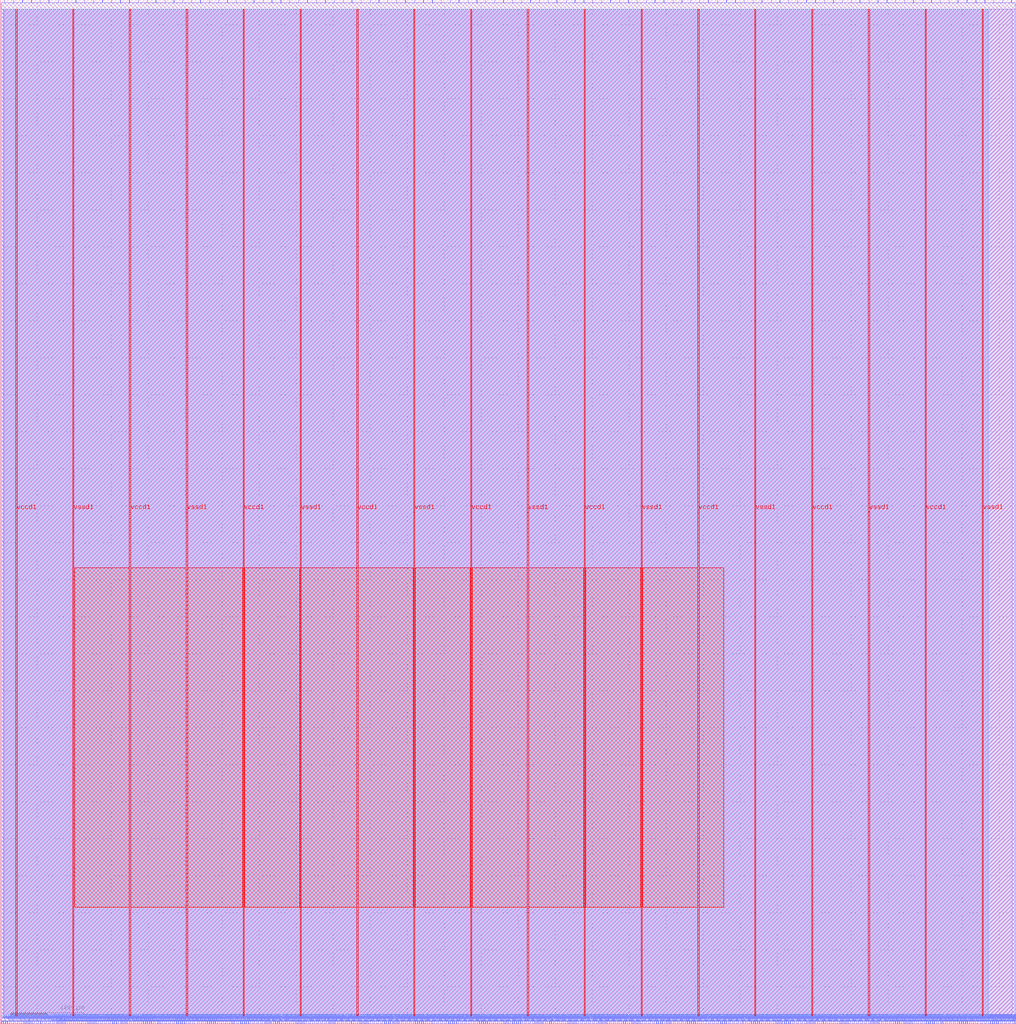
<source format=lef>
VERSION 5.7 ;
  NOWIREEXTENSIONATPIN ON ;
  DIVIDERCHAR "/" ;
  BUSBITCHARS "[]" ;
MACRO user_proj_example
  CLASS BLOCK ;
  FOREIGN user_proj_example ;
  ORIGIN 0.000 0.000 ;
  SIZE 1372.840 BY 1383.560 ;
  PIN io_in[0]
    DIRECTION INPUT ;
    USE SIGNAL ;
    PORT
      LAYER met2 ;
        RECT 6.070 1379.560 6.350 1383.560 ;
    END
  END io_in[0]
  PIN io_in[10]
    DIRECTION INPUT ;
    USE SIGNAL ;
    PORT
      LAYER met2 ;
        RECT 367.170 1379.560 367.450 1383.560 ;
    END
  END io_in[10]
  PIN io_in[11]
    DIRECTION INPUT ;
    USE SIGNAL ;
    PORT
      LAYER met2 ;
        RECT 403.050 1379.560 403.330 1383.560 ;
    END
  END io_in[11]
  PIN io_in[12]
    DIRECTION INPUT ;
    USE SIGNAL ;
    PORT
      LAYER met2 ;
        RECT 439.390 1379.560 439.670 1383.560 ;
    END
  END io_in[12]
  PIN io_in[13]
    DIRECTION INPUT ;
    USE SIGNAL ;
    PORT
      LAYER met2 ;
        RECT 475.270 1379.560 475.550 1383.560 ;
    END
  END io_in[13]
  PIN io_in[14]
    DIRECTION INPUT ;
    USE SIGNAL ;
    PORT
      LAYER met2 ;
        RECT 511.610 1379.560 511.890 1383.560 ;
    END
  END io_in[14]
  PIN io_in[15]
    DIRECTION INPUT ;
    USE SIGNAL ;
    PORT
      LAYER met2 ;
        RECT 547.490 1379.560 547.770 1383.560 ;
    END
  END io_in[15]
  PIN io_in[16]
    DIRECTION INPUT ;
    USE SIGNAL ;
    PORT
      LAYER met2 ;
        RECT 583.830 1379.560 584.110 1383.560 ;
    END
  END io_in[16]
  PIN io_in[17]
    DIRECTION INPUT ;
    USE SIGNAL ;
    PORT
      LAYER met2 ;
        RECT 619.710 1379.560 619.990 1383.560 ;
    END
  END io_in[17]
  PIN io_in[18]
    DIRECTION INPUT ;
    USE SIGNAL ;
    PORT
      LAYER met2 ;
        RECT 656.050 1379.560 656.330 1383.560 ;
    END
  END io_in[18]
  PIN io_in[19]
    DIRECTION INPUT ;
    USE SIGNAL ;
    PORT
      LAYER met2 ;
        RECT 692.390 1379.560 692.670 1383.560 ;
    END
  END io_in[19]
  PIN io_in[1]
    DIRECTION INPUT ;
    USE SIGNAL ;
    PORT
      LAYER met2 ;
        RECT 41.950 1379.560 42.230 1383.560 ;
    END
  END io_in[1]
  PIN io_in[20]
    DIRECTION INPUT ;
    USE SIGNAL ;
    PORT
      LAYER met2 ;
        RECT 728.270 1379.560 728.550 1383.560 ;
    END
  END io_in[20]
  PIN io_in[21]
    DIRECTION INPUT ;
    USE SIGNAL ;
    PORT
      LAYER met2 ;
        RECT 764.610 1379.560 764.890 1383.560 ;
    END
  END io_in[21]
  PIN io_in[22]
    DIRECTION INPUT ;
    USE SIGNAL ;
    PORT
      LAYER met2 ;
        RECT 800.490 1379.560 800.770 1383.560 ;
    END
  END io_in[22]
  PIN io_in[23]
    DIRECTION INPUT ;
    USE SIGNAL ;
    PORT
      LAYER met2 ;
        RECT 836.830 1379.560 837.110 1383.560 ;
    END
  END io_in[23]
  PIN io_in[24]
    DIRECTION INPUT ;
    USE SIGNAL ;
    PORT
      LAYER met2 ;
        RECT 872.710 1379.560 872.990 1383.560 ;
    END
  END io_in[24]
  PIN io_in[25]
    DIRECTION INPUT ;
    USE SIGNAL ;
    PORT
      LAYER met2 ;
        RECT 909.050 1379.560 909.330 1383.560 ;
    END
  END io_in[25]
  PIN io_in[26]
    DIRECTION INPUT ;
    USE SIGNAL ;
    PORT
      LAYER met2 ;
        RECT 944.930 1379.560 945.210 1383.560 ;
    END
  END io_in[26]
  PIN io_in[27]
    DIRECTION INPUT ;
    USE SIGNAL ;
    PORT
      LAYER met2 ;
        RECT 981.270 1379.560 981.550 1383.560 ;
    END
  END io_in[27]
  PIN io_in[28]
    DIRECTION INPUT ;
    USE SIGNAL ;
    PORT
      LAYER met2 ;
        RECT 1017.150 1379.560 1017.430 1383.560 ;
    END
  END io_in[28]
  PIN io_in[29]
    DIRECTION INPUT ;
    USE SIGNAL ;
    PORT
      LAYER met2 ;
        RECT 1053.490 1379.560 1053.770 1383.560 ;
    END
  END io_in[29]
  PIN io_in[2]
    DIRECTION INPUT ;
    USE SIGNAL ;
    PORT
      LAYER met2 ;
        RECT 78.290 1379.560 78.570 1383.560 ;
    END
  END io_in[2]
  PIN io_in[30]
    DIRECTION INPUT ;
    USE SIGNAL ;
    PORT
      LAYER met2 ;
        RECT 1089.370 1379.560 1089.650 1383.560 ;
    END
  END io_in[30]
  PIN io_in[31]
    DIRECTION INPUT ;
    USE SIGNAL ;
    PORT
      LAYER met2 ;
        RECT 1125.710 1379.560 1125.990 1383.560 ;
    END
  END io_in[31]
  PIN io_in[32]
    DIRECTION INPUT ;
    USE SIGNAL ;
    PORT
      LAYER met2 ;
        RECT 1161.590 1379.560 1161.870 1383.560 ;
    END
  END io_in[32]
  PIN io_in[33]
    DIRECTION INPUT ;
    USE SIGNAL ;
    PORT
      LAYER met2 ;
        RECT 1197.930 1379.560 1198.210 1383.560 ;
    END
  END io_in[33]
  PIN io_in[34]
    DIRECTION INPUT ;
    USE SIGNAL ;
    PORT
      LAYER met2 ;
        RECT 1233.810 1379.560 1234.090 1383.560 ;
    END
  END io_in[34]
  PIN io_in[35]
    DIRECTION INPUT ;
    USE SIGNAL ;
    PORT
      LAYER met2 ;
        RECT 1270.150 1379.560 1270.430 1383.560 ;
    END
  END io_in[35]
  PIN io_in[36]
    DIRECTION INPUT ;
    USE SIGNAL ;
    PORT
      LAYER met2 ;
        RECT 1306.030 1379.560 1306.310 1383.560 ;
    END
  END io_in[36]
  PIN io_in[37]
    DIRECTION INPUT ;
    USE SIGNAL ;
    PORT
      LAYER met2 ;
        RECT 1342.370 1379.560 1342.650 1383.560 ;
    END
  END io_in[37]
  PIN io_in[3]
    DIRECTION INPUT ;
    USE SIGNAL ;
    PORT
      LAYER met2 ;
        RECT 114.170 1379.560 114.450 1383.560 ;
    END
  END io_in[3]
  PIN io_in[4]
    DIRECTION INPUT ;
    USE SIGNAL ;
    PORT
      LAYER met2 ;
        RECT 150.510 1379.560 150.790 1383.560 ;
    END
  END io_in[4]
  PIN io_in[5]
    DIRECTION INPUT ;
    USE SIGNAL ;
    PORT
      LAYER met2 ;
        RECT 186.390 1379.560 186.670 1383.560 ;
    END
  END io_in[5]
  PIN io_in[6]
    DIRECTION INPUT ;
    USE SIGNAL ;
    PORT
      LAYER met2 ;
        RECT 222.730 1379.560 223.010 1383.560 ;
    END
  END io_in[6]
  PIN io_in[7]
    DIRECTION INPUT ;
    USE SIGNAL ;
    PORT
      LAYER met2 ;
        RECT 258.610 1379.560 258.890 1383.560 ;
    END
  END io_in[7]
  PIN io_in[8]
    DIRECTION INPUT ;
    USE SIGNAL ;
    PORT
      LAYER met2 ;
        RECT 294.950 1379.560 295.230 1383.560 ;
    END
  END io_in[8]
  PIN io_in[9]
    DIRECTION INPUT ;
    USE SIGNAL ;
    PORT
      LAYER met2 ;
        RECT 330.830 1379.560 331.110 1383.560 ;
    END
  END io_in[9]
  PIN io_oeb[0]
    DIRECTION OUTPUT TRISTATE ;
    USE SIGNAL ;
    PORT
      LAYER met2 ;
        RECT 18.030 1379.560 18.310 1383.560 ;
    END
  END io_oeb[0]
  PIN io_oeb[10]
    DIRECTION OUTPUT TRISTATE ;
    USE SIGNAL ;
    PORT
      LAYER met2 ;
        RECT 379.130 1379.560 379.410 1383.560 ;
    END
  END io_oeb[10]
  PIN io_oeb[11]
    DIRECTION OUTPUT TRISTATE ;
    USE SIGNAL ;
    PORT
      LAYER met2 ;
        RECT 415.010 1379.560 415.290 1383.560 ;
    END
  END io_oeb[11]
  PIN io_oeb[12]
    DIRECTION OUTPUT TRISTATE ;
    USE SIGNAL ;
    PORT
      LAYER met2 ;
        RECT 451.350 1379.560 451.630 1383.560 ;
    END
  END io_oeb[12]
  PIN io_oeb[13]
    DIRECTION OUTPUT TRISTATE ;
    USE SIGNAL ;
    PORT
      LAYER met2 ;
        RECT 487.690 1379.560 487.970 1383.560 ;
    END
  END io_oeb[13]
  PIN io_oeb[14]
    DIRECTION OUTPUT TRISTATE ;
    USE SIGNAL ;
    PORT
      LAYER met2 ;
        RECT 523.570 1379.560 523.850 1383.560 ;
    END
  END io_oeb[14]
  PIN io_oeb[15]
    DIRECTION OUTPUT TRISTATE ;
    USE SIGNAL ;
    PORT
      LAYER met2 ;
        RECT 559.910 1379.560 560.190 1383.560 ;
    END
  END io_oeb[15]
  PIN io_oeb[16]
    DIRECTION OUTPUT TRISTATE ;
    USE SIGNAL ;
    PORT
      LAYER met2 ;
        RECT 595.790 1379.560 596.070 1383.560 ;
    END
  END io_oeb[16]
  PIN io_oeb[17]
    DIRECTION OUTPUT TRISTATE ;
    USE SIGNAL ;
    PORT
      LAYER met2 ;
        RECT 632.130 1379.560 632.410 1383.560 ;
    END
  END io_oeb[17]
  PIN io_oeb[18]
    DIRECTION OUTPUT TRISTATE ;
    USE SIGNAL ;
    PORT
      LAYER met2 ;
        RECT 668.010 1379.560 668.290 1383.560 ;
    END
  END io_oeb[18]
  PIN io_oeb[19]
    DIRECTION OUTPUT TRISTATE ;
    USE SIGNAL ;
    PORT
      LAYER met2 ;
        RECT 704.350 1379.560 704.630 1383.560 ;
    END
  END io_oeb[19]
  PIN io_oeb[1]
    DIRECTION OUTPUT TRISTATE ;
    USE SIGNAL ;
    PORT
      LAYER met2 ;
        RECT 53.910 1379.560 54.190 1383.560 ;
    END
  END io_oeb[1]
  PIN io_oeb[20]
    DIRECTION OUTPUT TRISTATE ;
    USE SIGNAL ;
    PORT
      LAYER met2 ;
        RECT 740.230 1379.560 740.510 1383.560 ;
    END
  END io_oeb[20]
  PIN io_oeb[21]
    DIRECTION OUTPUT TRISTATE ;
    USE SIGNAL ;
    PORT
      LAYER met2 ;
        RECT 776.570 1379.560 776.850 1383.560 ;
    END
  END io_oeb[21]
  PIN io_oeb[22]
    DIRECTION OUTPUT TRISTATE ;
    USE SIGNAL ;
    PORT
      LAYER met2 ;
        RECT 812.450 1379.560 812.730 1383.560 ;
    END
  END io_oeb[22]
  PIN io_oeb[23]
    DIRECTION OUTPUT TRISTATE ;
    USE SIGNAL ;
    PORT
      LAYER met2 ;
        RECT 848.790 1379.560 849.070 1383.560 ;
    END
  END io_oeb[23]
  PIN io_oeb[24]
    DIRECTION OUTPUT TRISTATE ;
    USE SIGNAL ;
    PORT
      LAYER met2 ;
        RECT 884.670 1379.560 884.950 1383.560 ;
    END
  END io_oeb[24]
  PIN io_oeb[25]
    DIRECTION OUTPUT TRISTATE ;
    USE SIGNAL ;
    PORT
      LAYER met2 ;
        RECT 921.010 1379.560 921.290 1383.560 ;
    END
  END io_oeb[25]
  PIN io_oeb[26]
    DIRECTION OUTPUT TRISTATE ;
    USE SIGNAL ;
    PORT
      LAYER met2 ;
        RECT 956.890 1379.560 957.170 1383.560 ;
    END
  END io_oeb[26]
  PIN io_oeb[27]
    DIRECTION OUTPUT TRISTATE ;
    USE SIGNAL ;
    PORT
      LAYER met2 ;
        RECT 993.230 1379.560 993.510 1383.560 ;
    END
  END io_oeb[27]
  PIN io_oeb[28]
    DIRECTION OUTPUT TRISTATE ;
    USE SIGNAL ;
    PORT
      LAYER met2 ;
        RECT 1029.110 1379.560 1029.390 1383.560 ;
    END
  END io_oeb[28]
  PIN io_oeb[29]
    DIRECTION OUTPUT TRISTATE ;
    USE SIGNAL ;
    PORT
      LAYER met2 ;
        RECT 1065.450 1379.560 1065.730 1383.560 ;
    END
  END io_oeb[29]
  PIN io_oeb[2]
    DIRECTION OUTPUT TRISTATE ;
    USE SIGNAL ;
    PORT
      LAYER met2 ;
        RECT 90.250 1379.560 90.530 1383.560 ;
    END
  END io_oeb[2]
  PIN io_oeb[30]
    DIRECTION OUTPUT TRISTATE ;
    USE SIGNAL ;
    PORT
      LAYER met2 ;
        RECT 1101.330 1379.560 1101.610 1383.560 ;
    END
  END io_oeb[30]
  PIN io_oeb[31]
    DIRECTION OUTPUT TRISTATE ;
    USE SIGNAL ;
    PORT
      LAYER met2 ;
        RECT 1137.670 1379.560 1137.950 1383.560 ;
    END
  END io_oeb[31]
  PIN io_oeb[32]
    DIRECTION OUTPUT TRISTATE ;
    USE SIGNAL ;
    PORT
      LAYER met2 ;
        RECT 1174.010 1379.560 1174.290 1383.560 ;
    END
  END io_oeb[32]
  PIN io_oeb[33]
    DIRECTION OUTPUT TRISTATE ;
    USE SIGNAL ;
    PORT
      LAYER met2 ;
        RECT 1209.890 1379.560 1210.170 1383.560 ;
    END
  END io_oeb[33]
  PIN io_oeb[34]
    DIRECTION OUTPUT TRISTATE ;
    USE SIGNAL ;
    PORT
      LAYER met2 ;
        RECT 1246.230 1379.560 1246.510 1383.560 ;
    END
  END io_oeb[34]
  PIN io_oeb[35]
    DIRECTION OUTPUT TRISTATE ;
    USE SIGNAL ;
    PORT
      LAYER met2 ;
        RECT 1282.110 1379.560 1282.390 1383.560 ;
    END
  END io_oeb[35]
  PIN io_oeb[36]
    DIRECTION OUTPUT TRISTATE ;
    USE SIGNAL ;
    PORT
      LAYER met2 ;
        RECT 1318.450 1379.560 1318.730 1383.560 ;
    END
  END io_oeb[36]
  PIN io_oeb[37]
    DIRECTION OUTPUT TRISTATE ;
    USE SIGNAL ;
    PORT
      LAYER met2 ;
        RECT 1354.330 1379.560 1354.610 1383.560 ;
    END
  END io_oeb[37]
  PIN io_oeb[3]
    DIRECTION OUTPUT TRISTATE ;
    USE SIGNAL ;
    PORT
      LAYER met2 ;
        RECT 126.130 1379.560 126.410 1383.560 ;
    END
  END io_oeb[3]
  PIN io_oeb[4]
    DIRECTION OUTPUT TRISTATE ;
    USE SIGNAL ;
    PORT
      LAYER met2 ;
        RECT 162.470 1379.560 162.750 1383.560 ;
    END
  END io_oeb[4]
  PIN io_oeb[5]
    DIRECTION OUTPUT TRISTATE ;
    USE SIGNAL ;
    PORT
      LAYER met2 ;
        RECT 198.350 1379.560 198.630 1383.560 ;
    END
  END io_oeb[5]
  PIN io_oeb[6]
    DIRECTION OUTPUT TRISTATE ;
    USE SIGNAL ;
    PORT
      LAYER met2 ;
        RECT 234.690 1379.560 234.970 1383.560 ;
    END
  END io_oeb[6]
  PIN io_oeb[7]
    DIRECTION OUTPUT TRISTATE ;
    USE SIGNAL ;
    PORT
      LAYER met2 ;
        RECT 270.570 1379.560 270.850 1383.560 ;
    END
  END io_oeb[7]
  PIN io_oeb[8]
    DIRECTION OUTPUT TRISTATE ;
    USE SIGNAL ;
    PORT
      LAYER met2 ;
        RECT 306.910 1379.560 307.190 1383.560 ;
    END
  END io_oeb[8]
  PIN io_oeb[9]
    DIRECTION OUTPUT TRISTATE ;
    USE SIGNAL ;
    PORT
      LAYER met2 ;
        RECT 342.790 1379.560 343.070 1383.560 ;
    END
  END io_oeb[9]
  PIN io_out[0]
    DIRECTION OUTPUT TRISTATE ;
    USE SIGNAL ;
    PORT
      LAYER met2 ;
        RECT 29.990 1379.560 30.270 1383.560 ;
    END
  END io_out[0]
  PIN io_out[10]
    DIRECTION OUTPUT TRISTATE ;
    USE SIGNAL ;
    PORT
      LAYER met2 ;
        RECT 391.090 1379.560 391.370 1383.560 ;
    END
  END io_out[10]
  PIN io_out[11]
    DIRECTION OUTPUT TRISTATE ;
    USE SIGNAL ;
    PORT
      LAYER met2 ;
        RECT 427.430 1379.560 427.710 1383.560 ;
    END
  END io_out[11]
  PIN io_out[12]
    DIRECTION OUTPUT TRISTATE ;
    USE SIGNAL ;
    PORT
      LAYER met2 ;
        RECT 463.310 1379.560 463.590 1383.560 ;
    END
  END io_out[12]
  PIN io_out[13]
    DIRECTION OUTPUT TRISTATE ;
    USE SIGNAL ;
    PORT
      LAYER met2 ;
        RECT 499.650 1379.560 499.930 1383.560 ;
    END
  END io_out[13]
  PIN io_out[14]
    DIRECTION OUTPUT TRISTATE ;
    USE SIGNAL ;
    PORT
      LAYER met2 ;
        RECT 535.530 1379.560 535.810 1383.560 ;
    END
  END io_out[14]
  PIN io_out[15]
    DIRECTION OUTPUT TRISTATE ;
    USE SIGNAL ;
    PORT
      LAYER met2 ;
        RECT 571.870 1379.560 572.150 1383.560 ;
    END
  END io_out[15]
  PIN io_out[16]
    DIRECTION OUTPUT TRISTATE ;
    USE SIGNAL ;
    PORT
      LAYER met2 ;
        RECT 607.750 1379.560 608.030 1383.560 ;
    END
  END io_out[16]
  PIN io_out[17]
    DIRECTION OUTPUT TRISTATE ;
    USE SIGNAL ;
    PORT
      LAYER met2 ;
        RECT 644.090 1379.560 644.370 1383.560 ;
    END
  END io_out[17]
  PIN io_out[18]
    DIRECTION OUTPUT TRISTATE ;
    USE SIGNAL ;
    PORT
      LAYER met2 ;
        RECT 679.970 1379.560 680.250 1383.560 ;
    END
  END io_out[18]
  PIN io_out[19]
    DIRECTION OUTPUT TRISTATE ;
    USE SIGNAL ;
    PORT
      LAYER met2 ;
        RECT 716.310 1379.560 716.590 1383.560 ;
    END
  END io_out[19]
  PIN io_out[1]
    DIRECTION OUTPUT TRISTATE ;
    USE SIGNAL ;
    PORT
      LAYER met2 ;
        RECT 65.870 1379.560 66.150 1383.560 ;
    END
  END io_out[1]
  PIN io_out[20]
    DIRECTION OUTPUT TRISTATE ;
    USE SIGNAL ;
    PORT
      LAYER met2 ;
        RECT 752.190 1379.560 752.470 1383.560 ;
    END
  END io_out[20]
  PIN io_out[21]
    DIRECTION OUTPUT TRISTATE ;
    USE SIGNAL ;
    PORT
      LAYER met2 ;
        RECT 788.530 1379.560 788.810 1383.560 ;
    END
  END io_out[21]
  PIN io_out[22]
    DIRECTION OUTPUT TRISTATE ;
    USE SIGNAL ;
    PORT
      LAYER met2 ;
        RECT 824.410 1379.560 824.690 1383.560 ;
    END
  END io_out[22]
  PIN io_out[23]
    DIRECTION OUTPUT TRISTATE ;
    USE SIGNAL ;
    PORT
      LAYER met2 ;
        RECT 860.750 1379.560 861.030 1383.560 ;
    END
  END io_out[23]
  PIN io_out[24]
    DIRECTION OUTPUT TRISTATE ;
    USE SIGNAL ;
    PORT
      LAYER met2 ;
        RECT 896.630 1379.560 896.910 1383.560 ;
    END
  END io_out[24]
  PIN io_out[25]
    DIRECTION OUTPUT TRISTATE ;
    USE SIGNAL ;
    PORT
      LAYER met2 ;
        RECT 932.970 1379.560 933.250 1383.560 ;
    END
  END io_out[25]
  PIN io_out[26]
    DIRECTION OUTPUT TRISTATE ;
    USE SIGNAL ;
    PORT
      LAYER met2 ;
        RECT 969.310 1379.560 969.590 1383.560 ;
    END
  END io_out[26]
  PIN io_out[27]
    DIRECTION OUTPUT TRISTATE ;
    USE SIGNAL ;
    PORT
      LAYER met2 ;
        RECT 1005.190 1379.560 1005.470 1383.560 ;
    END
  END io_out[27]
  PIN io_out[28]
    DIRECTION OUTPUT TRISTATE ;
    USE SIGNAL ;
    PORT
      LAYER met2 ;
        RECT 1041.530 1379.560 1041.810 1383.560 ;
    END
  END io_out[28]
  PIN io_out[29]
    DIRECTION OUTPUT TRISTATE ;
    USE SIGNAL ;
    PORT
      LAYER met2 ;
        RECT 1077.410 1379.560 1077.690 1383.560 ;
    END
  END io_out[29]
  PIN io_out[2]
    DIRECTION OUTPUT TRISTATE ;
    USE SIGNAL ;
    PORT
      LAYER met2 ;
        RECT 102.210 1379.560 102.490 1383.560 ;
    END
  END io_out[2]
  PIN io_out[30]
    DIRECTION OUTPUT TRISTATE ;
    USE SIGNAL ;
    PORT
      LAYER met2 ;
        RECT 1113.750 1379.560 1114.030 1383.560 ;
    END
  END io_out[30]
  PIN io_out[31]
    DIRECTION OUTPUT TRISTATE ;
    USE SIGNAL ;
    PORT
      LAYER met2 ;
        RECT 1149.630 1379.560 1149.910 1383.560 ;
    END
  END io_out[31]
  PIN io_out[32]
    DIRECTION OUTPUT TRISTATE ;
    USE SIGNAL ;
    PORT
      LAYER met2 ;
        RECT 1185.970 1379.560 1186.250 1383.560 ;
    END
  END io_out[32]
  PIN io_out[33]
    DIRECTION OUTPUT TRISTATE ;
    USE SIGNAL ;
    PORT
      LAYER met2 ;
        RECT 1221.850 1379.560 1222.130 1383.560 ;
    END
  END io_out[33]
  PIN io_out[34]
    DIRECTION OUTPUT TRISTATE ;
    USE SIGNAL ;
    PORT
      LAYER met2 ;
        RECT 1258.190 1379.560 1258.470 1383.560 ;
    END
  END io_out[34]
  PIN io_out[35]
    DIRECTION OUTPUT TRISTATE ;
    USE SIGNAL ;
    PORT
      LAYER met2 ;
        RECT 1294.070 1379.560 1294.350 1383.560 ;
    END
  END io_out[35]
  PIN io_out[36]
    DIRECTION OUTPUT TRISTATE ;
    USE SIGNAL ;
    PORT
      LAYER met2 ;
        RECT 1330.410 1379.560 1330.690 1383.560 ;
    END
  END io_out[36]
  PIN io_out[37]
    DIRECTION OUTPUT TRISTATE ;
    USE SIGNAL ;
    PORT
      LAYER met2 ;
        RECT 1366.290 1379.560 1366.570 1383.560 ;
    END
  END io_out[37]
  PIN io_out[3]
    DIRECTION OUTPUT TRISTATE ;
    USE SIGNAL ;
    PORT
      LAYER met2 ;
        RECT 138.090 1379.560 138.370 1383.560 ;
    END
  END io_out[3]
  PIN io_out[4]
    DIRECTION OUTPUT TRISTATE ;
    USE SIGNAL ;
    PORT
      LAYER met2 ;
        RECT 174.430 1379.560 174.710 1383.560 ;
    END
  END io_out[4]
  PIN io_out[5]
    DIRECTION OUTPUT TRISTATE ;
    USE SIGNAL ;
    PORT
      LAYER met2 ;
        RECT 210.310 1379.560 210.590 1383.560 ;
    END
  END io_out[5]
  PIN io_out[6]
    DIRECTION OUTPUT TRISTATE ;
    USE SIGNAL ;
    PORT
      LAYER met2 ;
        RECT 246.650 1379.560 246.930 1383.560 ;
    END
  END io_out[6]
  PIN io_out[7]
    DIRECTION OUTPUT TRISTATE ;
    USE SIGNAL ;
    PORT
      LAYER met2 ;
        RECT 282.990 1379.560 283.270 1383.560 ;
    END
  END io_out[7]
  PIN io_out[8]
    DIRECTION OUTPUT TRISTATE ;
    USE SIGNAL ;
    PORT
      LAYER met2 ;
        RECT 318.870 1379.560 319.150 1383.560 ;
    END
  END io_out[8]
  PIN io_out[9]
    DIRECTION OUTPUT TRISTATE ;
    USE SIGNAL ;
    PORT
      LAYER met2 ;
        RECT 355.210 1379.560 355.490 1383.560 ;
    END
  END io_out[9]
  PIN irq[0]
    DIRECTION OUTPUT TRISTATE ;
    USE SIGNAL ;
    PORT
      LAYER met2 ;
        RECT 1365.370 0.000 1365.650 4.000 ;
    END
  END irq[0]
  PIN irq[1]
    DIRECTION OUTPUT TRISTATE ;
    USE SIGNAL ;
    PORT
      LAYER met2 ;
        RECT 1368.130 0.000 1368.410 4.000 ;
    END
  END irq[1]
  PIN irq[2]
    DIRECTION OUTPUT TRISTATE ;
    USE SIGNAL ;
    PORT
      LAYER met2 ;
        RECT 1370.890 0.000 1371.170 4.000 ;
    END
  END irq[2]
  PIN la_data_in[0]
    DIRECTION INPUT ;
    USE SIGNAL ;
    PORT
      LAYER met2 ;
        RECT 296.330 0.000 296.610 4.000 ;
    END
  END la_data_in[0]
  PIN la_data_in[100]
    DIRECTION INPUT ;
    USE SIGNAL ;
    PORT
      LAYER met2 ;
        RECT 1131.690 0.000 1131.970 4.000 ;
    END
  END la_data_in[100]
  PIN la_data_in[101]
    DIRECTION INPUT ;
    USE SIGNAL ;
    PORT
      LAYER met2 ;
        RECT 1139.970 0.000 1140.250 4.000 ;
    END
  END la_data_in[101]
  PIN la_data_in[102]
    DIRECTION INPUT ;
    USE SIGNAL ;
    PORT
      LAYER met2 ;
        RECT 1148.250 0.000 1148.530 4.000 ;
    END
  END la_data_in[102]
  PIN la_data_in[103]
    DIRECTION INPUT ;
    USE SIGNAL ;
    PORT
      LAYER met2 ;
        RECT 1156.530 0.000 1156.810 4.000 ;
    END
  END la_data_in[103]
  PIN la_data_in[104]
    DIRECTION INPUT ;
    USE SIGNAL ;
    PORT
      LAYER met2 ;
        RECT 1165.270 0.000 1165.550 4.000 ;
    END
  END la_data_in[104]
  PIN la_data_in[105]
    DIRECTION INPUT ;
    USE SIGNAL ;
    PORT
      LAYER met2 ;
        RECT 1173.550 0.000 1173.830 4.000 ;
    END
  END la_data_in[105]
  PIN la_data_in[106]
    DIRECTION INPUT ;
    USE SIGNAL ;
    PORT
      LAYER met2 ;
        RECT 1181.830 0.000 1182.110 4.000 ;
    END
  END la_data_in[106]
  PIN la_data_in[107]
    DIRECTION INPUT ;
    USE SIGNAL ;
    PORT
      LAYER met2 ;
        RECT 1190.110 0.000 1190.390 4.000 ;
    END
  END la_data_in[107]
  PIN la_data_in[108]
    DIRECTION INPUT ;
    USE SIGNAL ;
    PORT
      LAYER met2 ;
        RECT 1198.390 0.000 1198.670 4.000 ;
    END
  END la_data_in[108]
  PIN la_data_in[109]
    DIRECTION INPUT ;
    USE SIGNAL ;
    PORT
      LAYER met2 ;
        RECT 1206.670 0.000 1206.950 4.000 ;
    END
  END la_data_in[109]
  PIN la_data_in[10]
    DIRECTION INPUT ;
    USE SIGNAL ;
    PORT
      LAYER met2 ;
        RECT 380.050 0.000 380.330 4.000 ;
    END
  END la_data_in[10]
  PIN la_data_in[110]
    DIRECTION INPUT ;
    USE SIGNAL ;
    PORT
      LAYER met2 ;
        RECT 1214.950 0.000 1215.230 4.000 ;
    END
  END la_data_in[110]
  PIN la_data_in[111]
    DIRECTION INPUT ;
    USE SIGNAL ;
    PORT
      LAYER met2 ;
        RECT 1223.690 0.000 1223.970 4.000 ;
    END
  END la_data_in[111]
  PIN la_data_in[112]
    DIRECTION INPUT ;
    USE SIGNAL ;
    PORT
      LAYER met2 ;
        RECT 1231.970 0.000 1232.250 4.000 ;
    END
  END la_data_in[112]
  PIN la_data_in[113]
    DIRECTION INPUT ;
    USE SIGNAL ;
    PORT
      LAYER met2 ;
        RECT 1240.250 0.000 1240.530 4.000 ;
    END
  END la_data_in[113]
  PIN la_data_in[114]
    DIRECTION INPUT ;
    USE SIGNAL ;
    PORT
      LAYER met2 ;
        RECT 1248.530 0.000 1248.810 4.000 ;
    END
  END la_data_in[114]
  PIN la_data_in[115]
    DIRECTION INPUT ;
    USE SIGNAL ;
    PORT
      LAYER met2 ;
        RECT 1256.810 0.000 1257.090 4.000 ;
    END
  END la_data_in[115]
  PIN la_data_in[116]
    DIRECTION INPUT ;
    USE SIGNAL ;
    PORT
      LAYER met2 ;
        RECT 1265.090 0.000 1265.370 4.000 ;
    END
  END la_data_in[116]
  PIN la_data_in[117]
    DIRECTION INPUT ;
    USE SIGNAL ;
    PORT
      LAYER met2 ;
        RECT 1273.830 0.000 1274.110 4.000 ;
    END
  END la_data_in[117]
  PIN la_data_in[118]
    DIRECTION INPUT ;
    USE SIGNAL ;
    PORT
      LAYER met2 ;
        RECT 1282.110 0.000 1282.390 4.000 ;
    END
  END la_data_in[118]
  PIN la_data_in[119]
    DIRECTION INPUT ;
    USE SIGNAL ;
    PORT
      LAYER met2 ;
        RECT 1290.390 0.000 1290.670 4.000 ;
    END
  END la_data_in[119]
  PIN la_data_in[11]
    DIRECTION INPUT ;
    USE SIGNAL ;
    PORT
      LAYER met2 ;
        RECT 388.330 0.000 388.610 4.000 ;
    END
  END la_data_in[11]
  PIN la_data_in[120]
    DIRECTION INPUT ;
    USE SIGNAL ;
    PORT
      LAYER met2 ;
        RECT 1298.670 0.000 1298.950 4.000 ;
    END
  END la_data_in[120]
  PIN la_data_in[121]
    DIRECTION INPUT ;
    USE SIGNAL ;
    PORT
      LAYER met2 ;
        RECT 1306.950 0.000 1307.230 4.000 ;
    END
  END la_data_in[121]
  PIN la_data_in[122]
    DIRECTION INPUT ;
    USE SIGNAL ;
    PORT
      LAYER met2 ;
        RECT 1315.230 0.000 1315.510 4.000 ;
    END
  END la_data_in[122]
  PIN la_data_in[123]
    DIRECTION INPUT ;
    USE SIGNAL ;
    PORT
      LAYER met2 ;
        RECT 1323.970 0.000 1324.250 4.000 ;
    END
  END la_data_in[123]
  PIN la_data_in[124]
    DIRECTION INPUT ;
    USE SIGNAL ;
    PORT
      LAYER met2 ;
        RECT 1332.250 0.000 1332.530 4.000 ;
    END
  END la_data_in[124]
  PIN la_data_in[125]
    DIRECTION INPUT ;
    USE SIGNAL ;
    PORT
      LAYER met2 ;
        RECT 1340.530 0.000 1340.810 4.000 ;
    END
  END la_data_in[125]
  PIN la_data_in[126]
    DIRECTION INPUT ;
    USE SIGNAL ;
    PORT
      LAYER met2 ;
        RECT 1348.810 0.000 1349.090 4.000 ;
    END
  END la_data_in[126]
  PIN la_data_in[127]
    DIRECTION INPUT ;
    USE SIGNAL ;
    PORT
      LAYER met2 ;
        RECT 1357.090 0.000 1357.370 4.000 ;
    END
  END la_data_in[127]
  PIN la_data_in[12]
    DIRECTION INPUT ;
    USE SIGNAL ;
    PORT
      LAYER met2 ;
        RECT 396.610 0.000 396.890 4.000 ;
    END
  END la_data_in[12]
  PIN la_data_in[13]
    DIRECTION INPUT ;
    USE SIGNAL ;
    PORT
      LAYER met2 ;
        RECT 404.890 0.000 405.170 4.000 ;
    END
  END la_data_in[13]
  PIN la_data_in[14]
    DIRECTION INPUT ;
    USE SIGNAL ;
    PORT
      LAYER met2 ;
        RECT 413.170 0.000 413.450 4.000 ;
    END
  END la_data_in[14]
  PIN la_data_in[15]
    DIRECTION INPUT ;
    USE SIGNAL ;
    PORT
      LAYER met2 ;
        RECT 421.450 0.000 421.730 4.000 ;
    END
  END la_data_in[15]
  PIN la_data_in[16]
    DIRECTION INPUT ;
    USE SIGNAL ;
    PORT
      LAYER met2 ;
        RECT 430.190 0.000 430.470 4.000 ;
    END
  END la_data_in[16]
  PIN la_data_in[17]
    DIRECTION INPUT ;
    USE SIGNAL ;
    PORT
      LAYER met2 ;
        RECT 438.470 0.000 438.750 4.000 ;
    END
  END la_data_in[17]
  PIN la_data_in[18]
    DIRECTION INPUT ;
    USE SIGNAL ;
    PORT
      LAYER met2 ;
        RECT 446.750 0.000 447.030 4.000 ;
    END
  END la_data_in[18]
  PIN la_data_in[19]
    DIRECTION INPUT ;
    USE SIGNAL ;
    PORT
      LAYER met2 ;
        RECT 455.030 0.000 455.310 4.000 ;
    END
  END la_data_in[19]
  PIN la_data_in[1]
    DIRECTION INPUT ;
    USE SIGNAL ;
    PORT
      LAYER met2 ;
        RECT 304.610 0.000 304.890 4.000 ;
    END
  END la_data_in[1]
  PIN la_data_in[20]
    DIRECTION INPUT ;
    USE SIGNAL ;
    PORT
      LAYER met2 ;
        RECT 463.310 0.000 463.590 4.000 ;
    END
  END la_data_in[20]
  PIN la_data_in[21]
    DIRECTION INPUT ;
    USE SIGNAL ;
    PORT
      LAYER met2 ;
        RECT 471.590 0.000 471.870 4.000 ;
    END
  END la_data_in[21]
  PIN la_data_in[22]
    DIRECTION INPUT ;
    USE SIGNAL ;
    PORT
      LAYER met2 ;
        RECT 480.330 0.000 480.610 4.000 ;
    END
  END la_data_in[22]
  PIN la_data_in[23]
    DIRECTION INPUT ;
    USE SIGNAL ;
    PORT
      LAYER met2 ;
        RECT 488.610 0.000 488.890 4.000 ;
    END
  END la_data_in[23]
  PIN la_data_in[24]
    DIRECTION INPUT ;
    USE SIGNAL ;
    PORT
      LAYER met2 ;
        RECT 496.890 0.000 497.170 4.000 ;
    END
  END la_data_in[24]
  PIN la_data_in[25]
    DIRECTION INPUT ;
    USE SIGNAL ;
    PORT
      LAYER met2 ;
        RECT 505.170 0.000 505.450 4.000 ;
    END
  END la_data_in[25]
  PIN la_data_in[26]
    DIRECTION INPUT ;
    USE SIGNAL ;
    PORT
      LAYER met2 ;
        RECT 513.450 0.000 513.730 4.000 ;
    END
  END la_data_in[26]
  PIN la_data_in[27]
    DIRECTION INPUT ;
    USE SIGNAL ;
    PORT
      LAYER met2 ;
        RECT 521.730 0.000 522.010 4.000 ;
    END
  END la_data_in[27]
  PIN la_data_in[28]
    DIRECTION INPUT ;
    USE SIGNAL ;
    PORT
      LAYER met2 ;
        RECT 530.470 0.000 530.750 4.000 ;
    END
  END la_data_in[28]
  PIN la_data_in[29]
    DIRECTION INPUT ;
    USE SIGNAL ;
    PORT
      LAYER met2 ;
        RECT 538.750 0.000 539.030 4.000 ;
    END
  END la_data_in[29]
  PIN la_data_in[2]
    DIRECTION INPUT ;
    USE SIGNAL ;
    PORT
      LAYER met2 ;
        RECT 312.890 0.000 313.170 4.000 ;
    END
  END la_data_in[2]
  PIN la_data_in[30]
    DIRECTION INPUT ;
    USE SIGNAL ;
    PORT
      LAYER met2 ;
        RECT 547.030 0.000 547.310 4.000 ;
    END
  END la_data_in[30]
  PIN la_data_in[31]
    DIRECTION INPUT ;
    USE SIGNAL ;
    PORT
      LAYER met2 ;
        RECT 555.310 0.000 555.590 4.000 ;
    END
  END la_data_in[31]
  PIN la_data_in[32]
    DIRECTION INPUT ;
    USE SIGNAL ;
    PORT
      LAYER met2 ;
        RECT 563.590 0.000 563.870 4.000 ;
    END
  END la_data_in[32]
  PIN la_data_in[33]
    DIRECTION INPUT ;
    USE SIGNAL ;
    PORT
      LAYER met2 ;
        RECT 571.870 0.000 572.150 4.000 ;
    END
  END la_data_in[33]
  PIN la_data_in[34]
    DIRECTION INPUT ;
    USE SIGNAL ;
    PORT
      LAYER met2 ;
        RECT 580.150 0.000 580.430 4.000 ;
    END
  END la_data_in[34]
  PIN la_data_in[35]
    DIRECTION INPUT ;
    USE SIGNAL ;
    PORT
      LAYER met2 ;
        RECT 588.890 0.000 589.170 4.000 ;
    END
  END la_data_in[35]
  PIN la_data_in[36]
    DIRECTION INPUT ;
    USE SIGNAL ;
    PORT
      LAYER met2 ;
        RECT 597.170 0.000 597.450 4.000 ;
    END
  END la_data_in[36]
  PIN la_data_in[37]
    DIRECTION INPUT ;
    USE SIGNAL ;
    PORT
      LAYER met2 ;
        RECT 605.450 0.000 605.730 4.000 ;
    END
  END la_data_in[37]
  PIN la_data_in[38]
    DIRECTION INPUT ;
    USE SIGNAL ;
    PORT
      LAYER met2 ;
        RECT 613.730 0.000 614.010 4.000 ;
    END
  END la_data_in[38]
  PIN la_data_in[39]
    DIRECTION INPUT ;
    USE SIGNAL ;
    PORT
      LAYER met2 ;
        RECT 622.010 0.000 622.290 4.000 ;
    END
  END la_data_in[39]
  PIN la_data_in[3]
    DIRECTION INPUT ;
    USE SIGNAL ;
    PORT
      LAYER met2 ;
        RECT 321.630 0.000 321.910 4.000 ;
    END
  END la_data_in[3]
  PIN la_data_in[40]
    DIRECTION INPUT ;
    USE SIGNAL ;
    PORT
      LAYER met2 ;
        RECT 630.290 0.000 630.570 4.000 ;
    END
  END la_data_in[40]
  PIN la_data_in[41]
    DIRECTION INPUT ;
    USE SIGNAL ;
    PORT
      LAYER met2 ;
        RECT 639.030 0.000 639.310 4.000 ;
    END
  END la_data_in[41]
  PIN la_data_in[42]
    DIRECTION INPUT ;
    USE SIGNAL ;
    PORT
      LAYER met2 ;
        RECT 647.310 0.000 647.590 4.000 ;
    END
  END la_data_in[42]
  PIN la_data_in[43]
    DIRECTION INPUT ;
    USE SIGNAL ;
    PORT
      LAYER met2 ;
        RECT 655.590 0.000 655.870 4.000 ;
    END
  END la_data_in[43]
  PIN la_data_in[44]
    DIRECTION INPUT ;
    USE SIGNAL ;
    PORT
      LAYER met2 ;
        RECT 663.870 0.000 664.150 4.000 ;
    END
  END la_data_in[44]
  PIN la_data_in[45]
    DIRECTION INPUT ;
    USE SIGNAL ;
    PORT
      LAYER met2 ;
        RECT 672.150 0.000 672.430 4.000 ;
    END
  END la_data_in[45]
  PIN la_data_in[46]
    DIRECTION INPUT ;
    USE SIGNAL ;
    PORT
      LAYER met2 ;
        RECT 680.430 0.000 680.710 4.000 ;
    END
  END la_data_in[46]
  PIN la_data_in[47]
    DIRECTION INPUT ;
    USE SIGNAL ;
    PORT
      LAYER met2 ;
        RECT 689.170 0.000 689.450 4.000 ;
    END
  END la_data_in[47]
  PIN la_data_in[48]
    DIRECTION INPUT ;
    USE SIGNAL ;
    PORT
      LAYER met2 ;
        RECT 697.450 0.000 697.730 4.000 ;
    END
  END la_data_in[48]
  PIN la_data_in[49]
    DIRECTION INPUT ;
    USE SIGNAL ;
    PORT
      LAYER met2 ;
        RECT 705.730 0.000 706.010 4.000 ;
    END
  END la_data_in[49]
  PIN la_data_in[4]
    DIRECTION INPUT ;
    USE SIGNAL ;
    PORT
      LAYER met2 ;
        RECT 329.910 0.000 330.190 4.000 ;
    END
  END la_data_in[4]
  PIN la_data_in[50]
    DIRECTION INPUT ;
    USE SIGNAL ;
    PORT
      LAYER met2 ;
        RECT 714.010 0.000 714.290 4.000 ;
    END
  END la_data_in[50]
  PIN la_data_in[51]
    DIRECTION INPUT ;
    USE SIGNAL ;
    PORT
      LAYER met2 ;
        RECT 722.290 0.000 722.570 4.000 ;
    END
  END la_data_in[51]
  PIN la_data_in[52]
    DIRECTION INPUT ;
    USE SIGNAL ;
    PORT
      LAYER met2 ;
        RECT 730.570 0.000 730.850 4.000 ;
    END
  END la_data_in[52]
  PIN la_data_in[53]
    DIRECTION INPUT ;
    USE SIGNAL ;
    PORT
      LAYER met2 ;
        RECT 738.850 0.000 739.130 4.000 ;
    END
  END la_data_in[53]
  PIN la_data_in[54]
    DIRECTION INPUT ;
    USE SIGNAL ;
    PORT
      LAYER met2 ;
        RECT 747.590 0.000 747.870 4.000 ;
    END
  END la_data_in[54]
  PIN la_data_in[55]
    DIRECTION INPUT ;
    USE SIGNAL ;
    PORT
      LAYER met2 ;
        RECT 755.870 0.000 756.150 4.000 ;
    END
  END la_data_in[55]
  PIN la_data_in[56]
    DIRECTION INPUT ;
    USE SIGNAL ;
    PORT
      LAYER met2 ;
        RECT 764.150 0.000 764.430 4.000 ;
    END
  END la_data_in[56]
  PIN la_data_in[57]
    DIRECTION INPUT ;
    USE SIGNAL ;
    PORT
      LAYER met2 ;
        RECT 772.430 0.000 772.710 4.000 ;
    END
  END la_data_in[57]
  PIN la_data_in[58]
    DIRECTION INPUT ;
    USE SIGNAL ;
    PORT
      LAYER met2 ;
        RECT 780.710 0.000 780.990 4.000 ;
    END
  END la_data_in[58]
  PIN la_data_in[59]
    DIRECTION INPUT ;
    USE SIGNAL ;
    PORT
      LAYER met2 ;
        RECT 788.990 0.000 789.270 4.000 ;
    END
  END la_data_in[59]
  PIN la_data_in[5]
    DIRECTION INPUT ;
    USE SIGNAL ;
    PORT
      LAYER met2 ;
        RECT 338.190 0.000 338.470 4.000 ;
    END
  END la_data_in[5]
  PIN la_data_in[60]
    DIRECTION INPUT ;
    USE SIGNAL ;
    PORT
      LAYER met2 ;
        RECT 797.730 0.000 798.010 4.000 ;
    END
  END la_data_in[60]
  PIN la_data_in[61]
    DIRECTION INPUT ;
    USE SIGNAL ;
    PORT
      LAYER met2 ;
        RECT 806.010 0.000 806.290 4.000 ;
    END
  END la_data_in[61]
  PIN la_data_in[62]
    DIRECTION INPUT ;
    USE SIGNAL ;
    PORT
      LAYER met2 ;
        RECT 814.290 0.000 814.570 4.000 ;
    END
  END la_data_in[62]
  PIN la_data_in[63]
    DIRECTION INPUT ;
    USE SIGNAL ;
    PORT
      LAYER met2 ;
        RECT 822.570 0.000 822.850 4.000 ;
    END
  END la_data_in[63]
  PIN la_data_in[64]
    DIRECTION INPUT ;
    USE SIGNAL ;
    PORT
      LAYER met2 ;
        RECT 830.850 0.000 831.130 4.000 ;
    END
  END la_data_in[64]
  PIN la_data_in[65]
    DIRECTION INPUT ;
    USE SIGNAL ;
    PORT
      LAYER met2 ;
        RECT 839.130 0.000 839.410 4.000 ;
    END
  END la_data_in[65]
  PIN la_data_in[66]
    DIRECTION INPUT ;
    USE SIGNAL ;
    PORT
      LAYER met2 ;
        RECT 847.870 0.000 848.150 4.000 ;
    END
  END la_data_in[66]
  PIN la_data_in[67]
    DIRECTION INPUT ;
    USE SIGNAL ;
    PORT
      LAYER met2 ;
        RECT 856.150 0.000 856.430 4.000 ;
    END
  END la_data_in[67]
  PIN la_data_in[68]
    DIRECTION INPUT ;
    USE SIGNAL ;
    PORT
      LAYER met2 ;
        RECT 864.430 0.000 864.710 4.000 ;
    END
  END la_data_in[68]
  PIN la_data_in[69]
    DIRECTION INPUT ;
    USE SIGNAL ;
    PORT
      LAYER met2 ;
        RECT 872.710 0.000 872.990 4.000 ;
    END
  END la_data_in[69]
  PIN la_data_in[6]
    DIRECTION INPUT ;
    USE SIGNAL ;
    PORT
      LAYER met2 ;
        RECT 346.470 0.000 346.750 4.000 ;
    END
  END la_data_in[6]
  PIN la_data_in[70]
    DIRECTION INPUT ;
    USE SIGNAL ;
    PORT
      LAYER met2 ;
        RECT 880.990 0.000 881.270 4.000 ;
    END
  END la_data_in[70]
  PIN la_data_in[71]
    DIRECTION INPUT ;
    USE SIGNAL ;
    PORT
      LAYER met2 ;
        RECT 889.270 0.000 889.550 4.000 ;
    END
  END la_data_in[71]
  PIN la_data_in[72]
    DIRECTION INPUT ;
    USE SIGNAL ;
    PORT
      LAYER met2 ;
        RECT 897.550 0.000 897.830 4.000 ;
    END
  END la_data_in[72]
  PIN la_data_in[73]
    DIRECTION INPUT ;
    USE SIGNAL ;
    PORT
      LAYER met2 ;
        RECT 906.290 0.000 906.570 4.000 ;
    END
  END la_data_in[73]
  PIN la_data_in[74]
    DIRECTION INPUT ;
    USE SIGNAL ;
    PORT
      LAYER met2 ;
        RECT 914.570 0.000 914.850 4.000 ;
    END
  END la_data_in[74]
  PIN la_data_in[75]
    DIRECTION INPUT ;
    USE SIGNAL ;
    PORT
      LAYER met2 ;
        RECT 922.850 0.000 923.130 4.000 ;
    END
  END la_data_in[75]
  PIN la_data_in[76]
    DIRECTION INPUT ;
    USE SIGNAL ;
    PORT
      LAYER met2 ;
        RECT 931.130 0.000 931.410 4.000 ;
    END
  END la_data_in[76]
  PIN la_data_in[77]
    DIRECTION INPUT ;
    USE SIGNAL ;
    PORT
      LAYER met2 ;
        RECT 939.410 0.000 939.690 4.000 ;
    END
  END la_data_in[77]
  PIN la_data_in[78]
    DIRECTION INPUT ;
    USE SIGNAL ;
    PORT
      LAYER met2 ;
        RECT 947.690 0.000 947.970 4.000 ;
    END
  END la_data_in[78]
  PIN la_data_in[79]
    DIRECTION INPUT ;
    USE SIGNAL ;
    PORT
      LAYER met2 ;
        RECT 956.430 0.000 956.710 4.000 ;
    END
  END la_data_in[79]
  PIN la_data_in[7]
    DIRECTION INPUT ;
    USE SIGNAL ;
    PORT
      LAYER met2 ;
        RECT 354.750 0.000 355.030 4.000 ;
    END
  END la_data_in[7]
  PIN la_data_in[80]
    DIRECTION INPUT ;
    USE SIGNAL ;
    PORT
      LAYER met2 ;
        RECT 964.710 0.000 964.990 4.000 ;
    END
  END la_data_in[80]
  PIN la_data_in[81]
    DIRECTION INPUT ;
    USE SIGNAL ;
    PORT
      LAYER met2 ;
        RECT 972.990 0.000 973.270 4.000 ;
    END
  END la_data_in[81]
  PIN la_data_in[82]
    DIRECTION INPUT ;
    USE SIGNAL ;
    PORT
      LAYER met2 ;
        RECT 981.270 0.000 981.550 4.000 ;
    END
  END la_data_in[82]
  PIN la_data_in[83]
    DIRECTION INPUT ;
    USE SIGNAL ;
    PORT
      LAYER met2 ;
        RECT 989.550 0.000 989.830 4.000 ;
    END
  END la_data_in[83]
  PIN la_data_in[84]
    DIRECTION INPUT ;
    USE SIGNAL ;
    PORT
      LAYER met2 ;
        RECT 997.830 0.000 998.110 4.000 ;
    END
  END la_data_in[84]
  PIN la_data_in[85]
    DIRECTION INPUT ;
    USE SIGNAL ;
    PORT
      LAYER met2 ;
        RECT 1006.570 0.000 1006.850 4.000 ;
    END
  END la_data_in[85]
  PIN la_data_in[86]
    DIRECTION INPUT ;
    USE SIGNAL ;
    PORT
      LAYER met2 ;
        RECT 1014.850 0.000 1015.130 4.000 ;
    END
  END la_data_in[86]
  PIN la_data_in[87]
    DIRECTION INPUT ;
    USE SIGNAL ;
    PORT
      LAYER met2 ;
        RECT 1023.130 0.000 1023.410 4.000 ;
    END
  END la_data_in[87]
  PIN la_data_in[88]
    DIRECTION INPUT ;
    USE SIGNAL ;
    PORT
      LAYER met2 ;
        RECT 1031.410 0.000 1031.690 4.000 ;
    END
  END la_data_in[88]
  PIN la_data_in[89]
    DIRECTION INPUT ;
    USE SIGNAL ;
    PORT
      LAYER met2 ;
        RECT 1039.690 0.000 1039.970 4.000 ;
    END
  END la_data_in[89]
  PIN la_data_in[8]
    DIRECTION INPUT ;
    USE SIGNAL ;
    PORT
      LAYER met2 ;
        RECT 363.030 0.000 363.310 4.000 ;
    END
  END la_data_in[8]
  PIN la_data_in[90]
    DIRECTION INPUT ;
    USE SIGNAL ;
    PORT
      LAYER met2 ;
        RECT 1047.970 0.000 1048.250 4.000 ;
    END
  END la_data_in[90]
  PIN la_data_in[91]
    DIRECTION INPUT ;
    USE SIGNAL ;
    PORT
      LAYER met2 ;
        RECT 1056.250 0.000 1056.530 4.000 ;
    END
  END la_data_in[91]
  PIN la_data_in[92]
    DIRECTION INPUT ;
    USE SIGNAL ;
    PORT
      LAYER met2 ;
        RECT 1064.990 0.000 1065.270 4.000 ;
    END
  END la_data_in[92]
  PIN la_data_in[93]
    DIRECTION INPUT ;
    USE SIGNAL ;
    PORT
      LAYER met2 ;
        RECT 1073.270 0.000 1073.550 4.000 ;
    END
  END la_data_in[93]
  PIN la_data_in[94]
    DIRECTION INPUT ;
    USE SIGNAL ;
    PORT
      LAYER met2 ;
        RECT 1081.550 0.000 1081.830 4.000 ;
    END
  END la_data_in[94]
  PIN la_data_in[95]
    DIRECTION INPUT ;
    USE SIGNAL ;
    PORT
      LAYER met2 ;
        RECT 1089.830 0.000 1090.110 4.000 ;
    END
  END la_data_in[95]
  PIN la_data_in[96]
    DIRECTION INPUT ;
    USE SIGNAL ;
    PORT
      LAYER met2 ;
        RECT 1098.110 0.000 1098.390 4.000 ;
    END
  END la_data_in[96]
  PIN la_data_in[97]
    DIRECTION INPUT ;
    USE SIGNAL ;
    PORT
      LAYER met2 ;
        RECT 1106.390 0.000 1106.670 4.000 ;
    END
  END la_data_in[97]
  PIN la_data_in[98]
    DIRECTION INPUT ;
    USE SIGNAL ;
    PORT
      LAYER met2 ;
        RECT 1115.130 0.000 1115.410 4.000 ;
    END
  END la_data_in[98]
  PIN la_data_in[99]
    DIRECTION INPUT ;
    USE SIGNAL ;
    PORT
      LAYER met2 ;
        RECT 1123.410 0.000 1123.690 4.000 ;
    END
  END la_data_in[99]
  PIN la_data_in[9]
    DIRECTION INPUT ;
    USE SIGNAL ;
    PORT
      LAYER met2 ;
        RECT 371.770 0.000 372.050 4.000 ;
    END
  END la_data_in[9]
  PIN la_data_out[0]
    DIRECTION OUTPUT TRISTATE ;
    USE SIGNAL ;
    PORT
      LAYER met2 ;
        RECT 299.090 0.000 299.370 4.000 ;
    END
  END la_data_out[0]
  PIN la_data_out[100]
    DIRECTION OUTPUT TRISTATE ;
    USE SIGNAL ;
    PORT
      LAYER met2 ;
        RECT 1134.450 0.000 1134.730 4.000 ;
    END
  END la_data_out[100]
  PIN la_data_out[101]
    DIRECTION OUTPUT TRISTATE ;
    USE SIGNAL ;
    PORT
      LAYER met2 ;
        RECT 1142.730 0.000 1143.010 4.000 ;
    END
  END la_data_out[101]
  PIN la_data_out[102]
    DIRECTION OUTPUT TRISTATE ;
    USE SIGNAL ;
    PORT
      LAYER met2 ;
        RECT 1151.010 0.000 1151.290 4.000 ;
    END
  END la_data_out[102]
  PIN la_data_out[103]
    DIRECTION OUTPUT TRISTATE ;
    USE SIGNAL ;
    PORT
      LAYER met2 ;
        RECT 1159.290 0.000 1159.570 4.000 ;
    END
  END la_data_out[103]
  PIN la_data_out[104]
    DIRECTION OUTPUT TRISTATE ;
    USE SIGNAL ;
    PORT
      LAYER met2 ;
        RECT 1168.030 0.000 1168.310 4.000 ;
    END
  END la_data_out[104]
  PIN la_data_out[105]
    DIRECTION OUTPUT TRISTATE ;
    USE SIGNAL ;
    PORT
      LAYER met2 ;
        RECT 1176.310 0.000 1176.590 4.000 ;
    END
  END la_data_out[105]
  PIN la_data_out[106]
    DIRECTION OUTPUT TRISTATE ;
    USE SIGNAL ;
    PORT
      LAYER met2 ;
        RECT 1184.590 0.000 1184.870 4.000 ;
    END
  END la_data_out[106]
  PIN la_data_out[107]
    DIRECTION OUTPUT TRISTATE ;
    USE SIGNAL ;
    PORT
      LAYER met2 ;
        RECT 1192.870 0.000 1193.150 4.000 ;
    END
  END la_data_out[107]
  PIN la_data_out[108]
    DIRECTION OUTPUT TRISTATE ;
    USE SIGNAL ;
    PORT
      LAYER met2 ;
        RECT 1201.150 0.000 1201.430 4.000 ;
    END
  END la_data_out[108]
  PIN la_data_out[109]
    DIRECTION OUTPUT TRISTATE ;
    USE SIGNAL ;
    PORT
      LAYER met2 ;
        RECT 1209.430 0.000 1209.710 4.000 ;
    END
  END la_data_out[109]
  PIN la_data_out[10]
    DIRECTION OUTPUT TRISTATE ;
    USE SIGNAL ;
    PORT
      LAYER met2 ;
        RECT 382.810 0.000 383.090 4.000 ;
    END
  END la_data_out[10]
  PIN la_data_out[110]
    DIRECTION OUTPUT TRISTATE ;
    USE SIGNAL ;
    PORT
      LAYER met2 ;
        RECT 1218.170 0.000 1218.450 4.000 ;
    END
  END la_data_out[110]
  PIN la_data_out[111]
    DIRECTION OUTPUT TRISTATE ;
    USE SIGNAL ;
    PORT
      LAYER met2 ;
        RECT 1226.450 0.000 1226.730 4.000 ;
    END
  END la_data_out[111]
  PIN la_data_out[112]
    DIRECTION OUTPUT TRISTATE ;
    USE SIGNAL ;
    PORT
      LAYER met2 ;
        RECT 1234.730 0.000 1235.010 4.000 ;
    END
  END la_data_out[112]
  PIN la_data_out[113]
    DIRECTION OUTPUT TRISTATE ;
    USE SIGNAL ;
    PORT
      LAYER met2 ;
        RECT 1243.010 0.000 1243.290 4.000 ;
    END
  END la_data_out[113]
  PIN la_data_out[114]
    DIRECTION OUTPUT TRISTATE ;
    USE SIGNAL ;
    PORT
      LAYER met2 ;
        RECT 1251.290 0.000 1251.570 4.000 ;
    END
  END la_data_out[114]
  PIN la_data_out[115]
    DIRECTION OUTPUT TRISTATE ;
    USE SIGNAL ;
    PORT
      LAYER met2 ;
        RECT 1259.570 0.000 1259.850 4.000 ;
    END
  END la_data_out[115]
  PIN la_data_out[116]
    DIRECTION OUTPUT TRISTATE ;
    USE SIGNAL ;
    PORT
      LAYER met2 ;
        RECT 1267.850 0.000 1268.130 4.000 ;
    END
  END la_data_out[116]
  PIN la_data_out[117]
    DIRECTION OUTPUT TRISTATE ;
    USE SIGNAL ;
    PORT
      LAYER met2 ;
        RECT 1276.590 0.000 1276.870 4.000 ;
    END
  END la_data_out[117]
  PIN la_data_out[118]
    DIRECTION OUTPUT TRISTATE ;
    USE SIGNAL ;
    PORT
      LAYER met2 ;
        RECT 1284.870 0.000 1285.150 4.000 ;
    END
  END la_data_out[118]
  PIN la_data_out[119]
    DIRECTION OUTPUT TRISTATE ;
    USE SIGNAL ;
    PORT
      LAYER met2 ;
        RECT 1293.150 0.000 1293.430 4.000 ;
    END
  END la_data_out[119]
  PIN la_data_out[11]
    DIRECTION OUTPUT TRISTATE ;
    USE SIGNAL ;
    PORT
      LAYER met2 ;
        RECT 391.090 0.000 391.370 4.000 ;
    END
  END la_data_out[11]
  PIN la_data_out[120]
    DIRECTION OUTPUT TRISTATE ;
    USE SIGNAL ;
    PORT
      LAYER met2 ;
        RECT 1301.430 0.000 1301.710 4.000 ;
    END
  END la_data_out[120]
  PIN la_data_out[121]
    DIRECTION OUTPUT TRISTATE ;
    USE SIGNAL ;
    PORT
      LAYER met2 ;
        RECT 1309.710 0.000 1309.990 4.000 ;
    END
  END la_data_out[121]
  PIN la_data_out[122]
    DIRECTION OUTPUT TRISTATE ;
    USE SIGNAL ;
    PORT
      LAYER met2 ;
        RECT 1317.990 0.000 1318.270 4.000 ;
    END
  END la_data_out[122]
  PIN la_data_out[123]
    DIRECTION OUTPUT TRISTATE ;
    USE SIGNAL ;
    PORT
      LAYER met2 ;
        RECT 1326.730 0.000 1327.010 4.000 ;
    END
  END la_data_out[123]
  PIN la_data_out[124]
    DIRECTION OUTPUT TRISTATE ;
    USE SIGNAL ;
    PORT
      LAYER met2 ;
        RECT 1335.010 0.000 1335.290 4.000 ;
    END
  END la_data_out[124]
  PIN la_data_out[125]
    DIRECTION OUTPUT TRISTATE ;
    USE SIGNAL ;
    PORT
      LAYER met2 ;
        RECT 1343.290 0.000 1343.570 4.000 ;
    END
  END la_data_out[125]
  PIN la_data_out[126]
    DIRECTION OUTPUT TRISTATE ;
    USE SIGNAL ;
    PORT
      LAYER met2 ;
        RECT 1351.570 0.000 1351.850 4.000 ;
    END
  END la_data_out[126]
  PIN la_data_out[127]
    DIRECTION OUTPUT TRISTATE ;
    USE SIGNAL ;
    PORT
      LAYER met2 ;
        RECT 1359.850 0.000 1360.130 4.000 ;
    END
  END la_data_out[127]
  PIN la_data_out[12]
    DIRECTION OUTPUT TRISTATE ;
    USE SIGNAL ;
    PORT
      LAYER met2 ;
        RECT 399.370 0.000 399.650 4.000 ;
    END
  END la_data_out[12]
  PIN la_data_out[13]
    DIRECTION OUTPUT TRISTATE ;
    USE SIGNAL ;
    PORT
      LAYER met2 ;
        RECT 407.650 0.000 407.930 4.000 ;
    END
  END la_data_out[13]
  PIN la_data_out[14]
    DIRECTION OUTPUT TRISTATE ;
    USE SIGNAL ;
    PORT
      LAYER met2 ;
        RECT 415.930 0.000 416.210 4.000 ;
    END
  END la_data_out[14]
  PIN la_data_out[15]
    DIRECTION OUTPUT TRISTATE ;
    USE SIGNAL ;
    PORT
      LAYER met2 ;
        RECT 424.670 0.000 424.950 4.000 ;
    END
  END la_data_out[15]
  PIN la_data_out[16]
    DIRECTION OUTPUT TRISTATE ;
    USE SIGNAL ;
    PORT
      LAYER met2 ;
        RECT 432.950 0.000 433.230 4.000 ;
    END
  END la_data_out[16]
  PIN la_data_out[17]
    DIRECTION OUTPUT TRISTATE ;
    USE SIGNAL ;
    PORT
      LAYER met2 ;
        RECT 441.230 0.000 441.510 4.000 ;
    END
  END la_data_out[17]
  PIN la_data_out[18]
    DIRECTION OUTPUT TRISTATE ;
    USE SIGNAL ;
    PORT
      LAYER met2 ;
        RECT 449.510 0.000 449.790 4.000 ;
    END
  END la_data_out[18]
  PIN la_data_out[19]
    DIRECTION OUTPUT TRISTATE ;
    USE SIGNAL ;
    PORT
      LAYER met2 ;
        RECT 457.790 0.000 458.070 4.000 ;
    END
  END la_data_out[19]
  PIN la_data_out[1]
    DIRECTION OUTPUT TRISTATE ;
    USE SIGNAL ;
    PORT
      LAYER met2 ;
        RECT 307.370 0.000 307.650 4.000 ;
    END
  END la_data_out[1]
  PIN la_data_out[20]
    DIRECTION OUTPUT TRISTATE ;
    USE SIGNAL ;
    PORT
      LAYER met2 ;
        RECT 466.070 0.000 466.350 4.000 ;
    END
  END la_data_out[20]
  PIN la_data_out[21]
    DIRECTION OUTPUT TRISTATE ;
    USE SIGNAL ;
    PORT
      LAYER met2 ;
        RECT 474.350 0.000 474.630 4.000 ;
    END
  END la_data_out[21]
  PIN la_data_out[22]
    DIRECTION OUTPUT TRISTATE ;
    USE SIGNAL ;
    PORT
      LAYER met2 ;
        RECT 483.090 0.000 483.370 4.000 ;
    END
  END la_data_out[22]
  PIN la_data_out[23]
    DIRECTION OUTPUT TRISTATE ;
    USE SIGNAL ;
    PORT
      LAYER met2 ;
        RECT 491.370 0.000 491.650 4.000 ;
    END
  END la_data_out[23]
  PIN la_data_out[24]
    DIRECTION OUTPUT TRISTATE ;
    USE SIGNAL ;
    PORT
      LAYER met2 ;
        RECT 499.650 0.000 499.930 4.000 ;
    END
  END la_data_out[24]
  PIN la_data_out[25]
    DIRECTION OUTPUT TRISTATE ;
    USE SIGNAL ;
    PORT
      LAYER met2 ;
        RECT 507.930 0.000 508.210 4.000 ;
    END
  END la_data_out[25]
  PIN la_data_out[26]
    DIRECTION OUTPUT TRISTATE ;
    USE SIGNAL ;
    PORT
      LAYER met2 ;
        RECT 516.210 0.000 516.490 4.000 ;
    END
  END la_data_out[26]
  PIN la_data_out[27]
    DIRECTION OUTPUT TRISTATE ;
    USE SIGNAL ;
    PORT
      LAYER met2 ;
        RECT 524.490 0.000 524.770 4.000 ;
    END
  END la_data_out[27]
  PIN la_data_out[28]
    DIRECTION OUTPUT TRISTATE ;
    USE SIGNAL ;
    PORT
      LAYER met2 ;
        RECT 533.230 0.000 533.510 4.000 ;
    END
  END la_data_out[28]
  PIN la_data_out[29]
    DIRECTION OUTPUT TRISTATE ;
    USE SIGNAL ;
    PORT
      LAYER met2 ;
        RECT 541.510 0.000 541.790 4.000 ;
    END
  END la_data_out[29]
  PIN la_data_out[2]
    DIRECTION OUTPUT TRISTATE ;
    USE SIGNAL ;
    PORT
      LAYER met2 ;
        RECT 315.650 0.000 315.930 4.000 ;
    END
  END la_data_out[2]
  PIN la_data_out[30]
    DIRECTION OUTPUT TRISTATE ;
    USE SIGNAL ;
    PORT
      LAYER met2 ;
        RECT 549.790 0.000 550.070 4.000 ;
    END
  END la_data_out[30]
  PIN la_data_out[31]
    DIRECTION OUTPUT TRISTATE ;
    USE SIGNAL ;
    PORT
      LAYER met2 ;
        RECT 558.070 0.000 558.350 4.000 ;
    END
  END la_data_out[31]
  PIN la_data_out[32]
    DIRECTION OUTPUT TRISTATE ;
    USE SIGNAL ;
    PORT
      LAYER met2 ;
        RECT 566.350 0.000 566.630 4.000 ;
    END
  END la_data_out[32]
  PIN la_data_out[33]
    DIRECTION OUTPUT TRISTATE ;
    USE SIGNAL ;
    PORT
      LAYER met2 ;
        RECT 574.630 0.000 574.910 4.000 ;
    END
  END la_data_out[33]
  PIN la_data_out[34]
    DIRECTION OUTPUT TRISTATE ;
    USE SIGNAL ;
    PORT
      LAYER met2 ;
        RECT 583.370 0.000 583.650 4.000 ;
    END
  END la_data_out[34]
  PIN la_data_out[35]
    DIRECTION OUTPUT TRISTATE ;
    USE SIGNAL ;
    PORT
      LAYER met2 ;
        RECT 591.650 0.000 591.930 4.000 ;
    END
  END la_data_out[35]
  PIN la_data_out[36]
    DIRECTION OUTPUT TRISTATE ;
    USE SIGNAL ;
    PORT
      LAYER met2 ;
        RECT 599.930 0.000 600.210 4.000 ;
    END
  END la_data_out[36]
  PIN la_data_out[37]
    DIRECTION OUTPUT TRISTATE ;
    USE SIGNAL ;
    PORT
      LAYER met2 ;
        RECT 608.210 0.000 608.490 4.000 ;
    END
  END la_data_out[37]
  PIN la_data_out[38]
    DIRECTION OUTPUT TRISTATE ;
    USE SIGNAL ;
    PORT
      LAYER met2 ;
        RECT 616.490 0.000 616.770 4.000 ;
    END
  END la_data_out[38]
  PIN la_data_out[39]
    DIRECTION OUTPUT TRISTATE ;
    USE SIGNAL ;
    PORT
      LAYER met2 ;
        RECT 624.770 0.000 625.050 4.000 ;
    END
  END la_data_out[39]
  PIN la_data_out[3]
    DIRECTION OUTPUT TRISTATE ;
    USE SIGNAL ;
    PORT
      LAYER met2 ;
        RECT 324.390 0.000 324.670 4.000 ;
    END
  END la_data_out[3]
  PIN la_data_out[40]
    DIRECTION OUTPUT TRISTATE ;
    USE SIGNAL ;
    PORT
      LAYER met2 ;
        RECT 633.050 0.000 633.330 4.000 ;
    END
  END la_data_out[40]
  PIN la_data_out[41]
    DIRECTION OUTPUT TRISTATE ;
    USE SIGNAL ;
    PORT
      LAYER met2 ;
        RECT 641.790 0.000 642.070 4.000 ;
    END
  END la_data_out[41]
  PIN la_data_out[42]
    DIRECTION OUTPUT TRISTATE ;
    USE SIGNAL ;
    PORT
      LAYER met2 ;
        RECT 650.070 0.000 650.350 4.000 ;
    END
  END la_data_out[42]
  PIN la_data_out[43]
    DIRECTION OUTPUT TRISTATE ;
    USE SIGNAL ;
    PORT
      LAYER met2 ;
        RECT 658.350 0.000 658.630 4.000 ;
    END
  END la_data_out[43]
  PIN la_data_out[44]
    DIRECTION OUTPUT TRISTATE ;
    USE SIGNAL ;
    PORT
      LAYER met2 ;
        RECT 666.630 0.000 666.910 4.000 ;
    END
  END la_data_out[44]
  PIN la_data_out[45]
    DIRECTION OUTPUT TRISTATE ;
    USE SIGNAL ;
    PORT
      LAYER met2 ;
        RECT 674.910 0.000 675.190 4.000 ;
    END
  END la_data_out[45]
  PIN la_data_out[46]
    DIRECTION OUTPUT TRISTATE ;
    USE SIGNAL ;
    PORT
      LAYER met2 ;
        RECT 683.190 0.000 683.470 4.000 ;
    END
  END la_data_out[46]
  PIN la_data_out[47]
    DIRECTION OUTPUT TRISTATE ;
    USE SIGNAL ;
    PORT
      LAYER met2 ;
        RECT 691.930 0.000 692.210 4.000 ;
    END
  END la_data_out[47]
  PIN la_data_out[48]
    DIRECTION OUTPUT TRISTATE ;
    USE SIGNAL ;
    PORT
      LAYER met2 ;
        RECT 700.210 0.000 700.490 4.000 ;
    END
  END la_data_out[48]
  PIN la_data_out[49]
    DIRECTION OUTPUT TRISTATE ;
    USE SIGNAL ;
    PORT
      LAYER met2 ;
        RECT 708.490 0.000 708.770 4.000 ;
    END
  END la_data_out[49]
  PIN la_data_out[4]
    DIRECTION OUTPUT TRISTATE ;
    USE SIGNAL ;
    PORT
      LAYER met2 ;
        RECT 332.670 0.000 332.950 4.000 ;
    END
  END la_data_out[4]
  PIN la_data_out[50]
    DIRECTION OUTPUT TRISTATE ;
    USE SIGNAL ;
    PORT
      LAYER met2 ;
        RECT 716.770 0.000 717.050 4.000 ;
    END
  END la_data_out[50]
  PIN la_data_out[51]
    DIRECTION OUTPUT TRISTATE ;
    USE SIGNAL ;
    PORT
      LAYER met2 ;
        RECT 725.050 0.000 725.330 4.000 ;
    END
  END la_data_out[51]
  PIN la_data_out[52]
    DIRECTION OUTPUT TRISTATE ;
    USE SIGNAL ;
    PORT
      LAYER met2 ;
        RECT 733.330 0.000 733.610 4.000 ;
    END
  END la_data_out[52]
  PIN la_data_out[53]
    DIRECTION OUTPUT TRISTATE ;
    USE SIGNAL ;
    PORT
      LAYER met2 ;
        RECT 742.070 0.000 742.350 4.000 ;
    END
  END la_data_out[53]
  PIN la_data_out[54]
    DIRECTION OUTPUT TRISTATE ;
    USE SIGNAL ;
    PORT
      LAYER met2 ;
        RECT 750.350 0.000 750.630 4.000 ;
    END
  END la_data_out[54]
  PIN la_data_out[55]
    DIRECTION OUTPUT TRISTATE ;
    USE SIGNAL ;
    PORT
      LAYER met2 ;
        RECT 758.630 0.000 758.910 4.000 ;
    END
  END la_data_out[55]
  PIN la_data_out[56]
    DIRECTION OUTPUT TRISTATE ;
    USE SIGNAL ;
    PORT
      LAYER met2 ;
        RECT 766.910 0.000 767.190 4.000 ;
    END
  END la_data_out[56]
  PIN la_data_out[57]
    DIRECTION OUTPUT TRISTATE ;
    USE SIGNAL ;
    PORT
      LAYER met2 ;
        RECT 775.190 0.000 775.470 4.000 ;
    END
  END la_data_out[57]
  PIN la_data_out[58]
    DIRECTION OUTPUT TRISTATE ;
    USE SIGNAL ;
    PORT
      LAYER met2 ;
        RECT 783.470 0.000 783.750 4.000 ;
    END
  END la_data_out[58]
  PIN la_data_out[59]
    DIRECTION OUTPUT TRISTATE ;
    USE SIGNAL ;
    PORT
      LAYER met2 ;
        RECT 791.750 0.000 792.030 4.000 ;
    END
  END la_data_out[59]
  PIN la_data_out[5]
    DIRECTION OUTPUT TRISTATE ;
    USE SIGNAL ;
    PORT
      LAYER met2 ;
        RECT 340.950 0.000 341.230 4.000 ;
    END
  END la_data_out[5]
  PIN la_data_out[60]
    DIRECTION OUTPUT TRISTATE ;
    USE SIGNAL ;
    PORT
      LAYER met2 ;
        RECT 800.490 0.000 800.770 4.000 ;
    END
  END la_data_out[60]
  PIN la_data_out[61]
    DIRECTION OUTPUT TRISTATE ;
    USE SIGNAL ;
    PORT
      LAYER met2 ;
        RECT 808.770 0.000 809.050 4.000 ;
    END
  END la_data_out[61]
  PIN la_data_out[62]
    DIRECTION OUTPUT TRISTATE ;
    USE SIGNAL ;
    PORT
      LAYER met2 ;
        RECT 817.050 0.000 817.330 4.000 ;
    END
  END la_data_out[62]
  PIN la_data_out[63]
    DIRECTION OUTPUT TRISTATE ;
    USE SIGNAL ;
    PORT
      LAYER met2 ;
        RECT 825.330 0.000 825.610 4.000 ;
    END
  END la_data_out[63]
  PIN la_data_out[64]
    DIRECTION OUTPUT TRISTATE ;
    USE SIGNAL ;
    PORT
      LAYER met2 ;
        RECT 833.610 0.000 833.890 4.000 ;
    END
  END la_data_out[64]
  PIN la_data_out[65]
    DIRECTION OUTPUT TRISTATE ;
    USE SIGNAL ;
    PORT
      LAYER met2 ;
        RECT 841.890 0.000 842.170 4.000 ;
    END
  END la_data_out[65]
  PIN la_data_out[66]
    DIRECTION OUTPUT TRISTATE ;
    USE SIGNAL ;
    PORT
      LAYER met2 ;
        RECT 850.630 0.000 850.910 4.000 ;
    END
  END la_data_out[66]
  PIN la_data_out[67]
    DIRECTION OUTPUT TRISTATE ;
    USE SIGNAL ;
    PORT
      LAYER met2 ;
        RECT 858.910 0.000 859.190 4.000 ;
    END
  END la_data_out[67]
  PIN la_data_out[68]
    DIRECTION OUTPUT TRISTATE ;
    USE SIGNAL ;
    PORT
      LAYER met2 ;
        RECT 867.190 0.000 867.470 4.000 ;
    END
  END la_data_out[68]
  PIN la_data_out[69]
    DIRECTION OUTPUT TRISTATE ;
    USE SIGNAL ;
    PORT
      LAYER met2 ;
        RECT 875.470 0.000 875.750 4.000 ;
    END
  END la_data_out[69]
  PIN la_data_out[6]
    DIRECTION OUTPUT TRISTATE ;
    USE SIGNAL ;
    PORT
      LAYER met2 ;
        RECT 349.230 0.000 349.510 4.000 ;
    END
  END la_data_out[6]
  PIN la_data_out[70]
    DIRECTION OUTPUT TRISTATE ;
    USE SIGNAL ;
    PORT
      LAYER met2 ;
        RECT 883.750 0.000 884.030 4.000 ;
    END
  END la_data_out[70]
  PIN la_data_out[71]
    DIRECTION OUTPUT TRISTATE ;
    USE SIGNAL ;
    PORT
      LAYER met2 ;
        RECT 892.030 0.000 892.310 4.000 ;
    END
  END la_data_out[71]
  PIN la_data_out[72]
    DIRECTION OUTPUT TRISTATE ;
    USE SIGNAL ;
    PORT
      LAYER met2 ;
        RECT 900.770 0.000 901.050 4.000 ;
    END
  END la_data_out[72]
  PIN la_data_out[73]
    DIRECTION OUTPUT TRISTATE ;
    USE SIGNAL ;
    PORT
      LAYER met2 ;
        RECT 909.050 0.000 909.330 4.000 ;
    END
  END la_data_out[73]
  PIN la_data_out[74]
    DIRECTION OUTPUT TRISTATE ;
    USE SIGNAL ;
    PORT
      LAYER met2 ;
        RECT 917.330 0.000 917.610 4.000 ;
    END
  END la_data_out[74]
  PIN la_data_out[75]
    DIRECTION OUTPUT TRISTATE ;
    USE SIGNAL ;
    PORT
      LAYER met2 ;
        RECT 925.610 0.000 925.890 4.000 ;
    END
  END la_data_out[75]
  PIN la_data_out[76]
    DIRECTION OUTPUT TRISTATE ;
    USE SIGNAL ;
    PORT
      LAYER met2 ;
        RECT 933.890 0.000 934.170 4.000 ;
    END
  END la_data_out[76]
  PIN la_data_out[77]
    DIRECTION OUTPUT TRISTATE ;
    USE SIGNAL ;
    PORT
      LAYER met2 ;
        RECT 942.170 0.000 942.450 4.000 ;
    END
  END la_data_out[77]
  PIN la_data_out[78]
    DIRECTION OUTPUT TRISTATE ;
    USE SIGNAL ;
    PORT
      LAYER met2 ;
        RECT 950.450 0.000 950.730 4.000 ;
    END
  END la_data_out[78]
  PIN la_data_out[79]
    DIRECTION OUTPUT TRISTATE ;
    USE SIGNAL ;
    PORT
      LAYER met2 ;
        RECT 959.190 0.000 959.470 4.000 ;
    END
  END la_data_out[79]
  PIN la_data_out[7]
    DIRECTION OUTPUT TRISTATE ;
    USE SIGNAL ;
    PORT
      LAYER met2 ;
        RECT 357.510 0.000 357.790 4.000 ;
    END
  END la_data_out[7]
  PIN la_data_out[80]
    DIRECTION OUTPUT TRISTATE ;
    USE SIGNAL ;
    PORT
      LAYER met2 ;
        RECT 967.470 0.000 967.750 4.000 ;
    END
  END la_data_out[80]
  PIN la_data_out[81]
    DIRECTION OUTPUT TRISTATE ;
    USE SIGNAL ;
    PORT
      LAYER met2 ;
        RECT 975.750 0.000 976.030 4.000 ;
    END
  END la_data_out[81]
  PIN la_data_out[82]
    DIRECTION OUTPUT TRISTATE ;
    USE SIGNAL ;
    PORT
      LAYER met2 ;
        RECT 984.030 0.000 984.310 4.000 ;
    END
  END la_data_out[82]
  PIN la_data_out[83]
    DIRECTION OUTPUT TRISTATE ;
    USE SIGNAL ;
    PORT
      LAYER met2 ;
        RECT 992.310 0.000 992.590 4.000 ;
    END
  END la_data_out[83]
  PIN la_data_out[84]
    DIRECTION OUTPUT TRISTATE ;
    USE SIGNAL ;
    PORT
      LAYER met2 ;
        RECT 1000.590 0.000 1000.870 4.000 ;
    END
  END la_data_out[84]
  PIN la_data_out[85]
    DIRECTION OUTPUT TRISTATE ;
    USE SIGNAL ;
    PORT
      LAYER met2 ;
        RECT 1009.330 0.000 1009.610 4.000 ;
    END
  END la_data_out[85]
  PIN la_data_out[86]
    DIRECTION OUTPUT TRISTATE ;
    USE SIGNAL ;
    PORT
      LAYER met2 ;
        RECT 1017.610 0.000 1017.890 4.000 ;
    END
  END la_data_out[86]
  PIN la_data_out[87]
    DIRECTION OUTPUT TRISTATE ;
    USE SIGNAL ;
    PORT
      LAYER met2 ;
        RECT 1025.890 0.000 1026.170 4.000 ;
    END
  END la_data_out[87]
  PIN la_data_out[88]
    DIRECTION OUTPUT TRISTATE ;
    USE SIGNAL ;
    PORT
      LAYER met2 ;
        RECT 1034.170 0.000 1034.450 4.000 ;
    END
  END la_data_out[88]
  PIN la_data_out[89]
    DIRECTION OUTPUT TRISTATE ;
    USE SIGNAL ;
    PORT
      LAYER met2 ;
        RECT 1042.450 0.000 1042.730 4.000 ;
    END
  END la_data_out[89]
  PIN la_data_out[8]
    DIRECTION OUTPUT TRISTATE ;
    USE SIGNAL ;
    PORT
      LAYER met2 ;
        RECT 365.790 0.000 366.070 4.000 ;
    END
  END la_data_out[8]
  PIN la_data_out[90]
    DIRECTION OUTPUT TRISTATE ;
    USE SIGNAL ;
    PORT
      LAYER met2 ;
        RECT 1050.730 0.000 1051.010 4.000 ;
    END
  END la_data_out[90]
  PIN la_data_out[91]
    DIRECTION OUTPUT TRISTATE ;
    USE SIGNAL ;
    PORT
      LAYER met2 ;
        RECT 1059.470 0.000 1059.750 4.000 ;
    END
  END la_data_out[91]
  PIN la_data_out[92]
    DIRECTION OUTPUT TRISTATE ;
    USE SIGNAL ;
    PORT
      LAYER met2 ;
        RECT 1067.750 0.000 1068.030 4.000 ;
    END
  END la_data_out[92]
  PIN la_data_out[93]
    DIRECTION OUTPUT TRISTATE ;
    USE SIGNAL ;
    PORT
      LAYER met2 ;
        RECT 1076.030 0.000 1076.310 4.000 ;
    END
  END la_data_out[93]
  PIN la_data_out[94]
    DIRECTION OUTPUT TRISTATE ;
    USE SIGNAL ;
    PORT
      LAYER met2 ;
        RECT 1084.310 0.000 1084.590 4.000 ;
    END
  END la_data_out[94]
  PIN la_data_out[95]
    DIRECTION OUTPUT TRISTATE ;
    USE SIGNAL ;
    PORT
      LAYER met2 ;
        RECT 1092.590 0.000 1092.870 4.000 ;
    END
  END la_data_out[95]
  PIN la_data_out[96]
    DIRECTION OUTPUT TRISTATE ;
    USE SIGNAL ;
    PORT
      LAYER met2 ;
        RECT 1100.870 0.000 1101.150 4.000 ;
    END
  END la_data_out[96]
  PIN la_data_out[97]
    DIRECTION OUTPUT TRISTATE ;
    USE SIGNAL ;
    PORT
      LAYER met2 ;
        RECT 1109.150 0.000 1109.430 4.000 ;
    END
  END la_data_out[97]
  PIN la_data_out[98]
    DIRECTION OUTPUT TRISTATE ;
    USE SIGNAL ;
    PORT
      LAYER met2 ;
        RECT 1117.890 0.000 1118.170 4.000 ;
    END
  END la_data_out[98]
  PIN la_data_out[99]
    DIRECTION OUTPUT TRISTATE ;
    USE SIGNAL ;
    PORT
      LAYER met2 ;
        RECT 1126.170 0.000 1126.450 4.000 ;
    END
  END la_data_out[99]
  PIN la_data_out[9]
    DIRECTION OUTPUT TRISTATE ;
    USE SIGNAL ;
    PORT
      LAYER met2 ;
        RECT 374.530 0.000 374.810 4.000 ;
    END
  END la_data_out[9]
  PIN la_oenb[0]
    DIRECTION INPUT ;
    USE SIGNAL ;
    PORT
      LAYER met2 ;
        RECT 301.850 0.000 302.130 4.000 ;
    END
  END la_oenb[0]
  PIN la_oenb[100]
    DIRECTION INPUT ;
    USE SIGNAL ;
    PORT
      LAYER met2 ;
        RECT 1137.210 0.000 1137.490 4.000 ;
    END
  END la_oenb[100]
  PIN la_oenb[101]
    DIRECTION INPUT ;
    USE SIGNAL ;
    PORT
      LAYER met2 ;
        RECT 1145.490 0.000 1145.770 4.000 ;
    END
  END la_oenb[101]
  PIN la_oenb[102]
    DIRECTION INPUT ;
    USE SIGNAL ;
    PORT
      LAYER met2 ;
        RECT 1153.770 0.000 1154.050 4.000 ;
    END
  END la_oenb[102]
  PIN la_oenb[103]
    DIRECTION INPUT ;
    USE SIGNAL ;
    PORT
      LAYER met2 ;
        RECT 1162.050 0.000 1162.330 4.000 ;
    END
  END la_oenb[103]
  PIN la_oenb[104]
    DIRECTION INPUT ;
    USE SIGNAL ;
    PORT
      LAYER met2 ;
        RECT 1170.790 0.000 1171.070 4.000 ;
    END
  END la_oenb[104]
  PIN la_oenb[105]
    DIRECTION INPUT ;
    USE SIGNAL ;
    PORT
      LAYER met2 ;
        RECT 1179.070 0.000 1179.350 4.000 ;
    END
  END la_oenb[105]
  PIN la_oenb[106]
    DIRECTION INPUT ;
    USE SIGNAL ;
    PORT
      LAYER met2 ;
        RECT 1187.350 0.000 1187.630 4.000 ;
    END
  END la_oenb[106]
  PIN la_oenb[107]
    DIRECTION INPUT ;
    USE SIGNAL ;
    PORT
      LAYER met2 ;
        RECT 1195.630 0.000 1195.910 4.000 ;
    END
  END la_oenb[107]
  PIN la_oenb[108]
    DIRECTION INPUT ;
    USE SIGNAL ;
    PORT
      LAYER met2 ;
        RECT 1203.910 0.000 1204.190 4.000 ;
    END
  END la_oenb[108]
  PIN la_oenb[109]
    DIRECTION INPUT ;
    USE SIGNAL ;
    PORT
      LAYER met2 ;
        RECT 1212.190 0.000 1212.470 4.000 ;
    END
  END la_oenb[109]
  PIN la_oenb[10]
    DIRECTION INPUT ;
    USE SIGNAL ;
    PORT
      LAYER met2 ;
        RECT 385.570 0.000 385.850 4.000 ;
    END
  END la_oenb[10]
  PIN la_oenb[110]
    DIRECTION INPUT ;
    USE SIGNAL ;
    PORT
      LAYER met2 ;
        RECT 1220.930 0.000 1221.210 4.000 ;
    END
  END la_oenb[110]
  PIN la_oenb[111]
    DIRECTION INPUT ;
    USE SIGNAL ;
    PORT
      LAYER met2 ;
        RECT 1229.210 0.000 1229.490 4.000 ;
    END
  END la_oenb[111]
  PIN la_oenb[112]
    DIRECTION INPUT ;
    USE SIGNAL ;
    PORT
      LAYER met2 ;
        RECT 1237.490 0.000 1237.770 4.000 ;
    END
  END la_oenb[112]
  PIN la_oenb[113]
    DIRECTION INPUT ;
    USE SIGNAL ;
    PORT
      LAYER met2 ;
        RECT 1245.770 0.000 1246.050 4.000 ;
    END
  END la_oenb[113]
  PIN la_oenb[114]
    DIRECTION INPUT ;
    USE SIGNAL ;
    PORT
      LAYER met2 ;
        RECT 1254.050 0.000 1254.330 4.000 ;
    END
  END la_oenb[114]
  PIN la_oenb[115]
    DIRECTION INPUT ;
    USE SIGNAL ;
    PORT
      LAYER met2 ;
        RECT 1262.330 0.000 1262.610 4.000 ;
    END
  END la_oenb[115]
  PIN la_oenb[116]
    DIRECTION INPUT ;
    USE SIGNAL ;
    PORT
      LAYER met2 ;
        RECT 1271.070 0.000 1271.350 4.000 ;
    END
  END la_oenb[116]
  PIN la_oenb[117]
    DIRECTION INPUT ;
    USE SIGNAL ;
    PORT
      LAYER met2 ;
        RECT 1279.350 0.000 1279.630 4.000 ;
    END
  END la_oenb[117]
  PIN la_oenb[118]
    DIRECTION INPUT ;
    USE SIGNAL ;
    PORT
      LAYER met2 ;
        RECT 1287.630 0.000 1287.910 4.000 ;
    END
  END la_oenb[118]
  PIN la_oenb[119]
    DIRECTION INPUT ;
    USE SIGNAL ;
    PORT
      LAYER met2 ;
        RECT 1295.910 0.000 1296.190 4.000 ;
    END
  END la_oenb[119]
  PIN la_oenb[11]
    DIRECTION INPUT ;
    USE SIGNAL ;
    PORT
      LAYER met2 ;
        RECT 393.850 0.000 394.130 4.000 ;
    END
  END la_oenb[11]
  PIN la_oenb[120]
    DIRECTION INPUT ;
    USE SIGNAL ;
    PORT
      LAYER met2 ;
        RECT 1304.190 0.000 1304.470 4.000 ;
    END
  END la_oenb[120]
  PIN la_oenb[121]
    DIRECTION INPUT ;
    USE SIGNAL ;
    PORT
      LAYER met2 ;
        RECT 1312.470 0.000 1312.750 4.000 ;
    END
  END la_oenb[121]
  PIN la_oenb[122]
    DIRECTION INPUT ;
    USE SIGNAL ;
    PORT
      LAYER met2 ;
        RECT 1320.750 0.000 1321.030 4.000 ;
    END
  END la_oenb[122]
  PIN la_oenb[123]
    DIRECTION INPUT ;
    USE SIGNAL ;
    PORT
      LAYER met2 ;
        RECT 1329.490 0.000 1329.770 4.000 ;
    END
  END la_oenb[123]
  PIN la_oenb[124]
    DIRECTION INPUT ;
    USE SIGNAL ;
    PORT
      LAYER met2 ;
        RECT 1337.770 0.000 1338.050 4.000 ;
    END
  END la_oenb[124]
  PIN la_oenb[125]
    DIRECTION INPUT ;
    USE SIGNAL ;
    PORT
      LAYER met2 ;
        RECT 1346.050 0.000 1346.330 4.000 ;
    END
  END la_oenb[125]
  PIN la_oenb[126]
    DIRECTION INPUT ;
    USE SIGNAL ;
    PORT
      LAYER met2 ;
        RECT 1354.330 0.000 1354.610 4.000 ;
    END
  END la_oenb[126]
  PIN la_oenb[127]
    DIRECTION INPUT ;
    USE SIGNAL ;
    PORT
      LAYER met2 ;
        RECT 1362.610 0.000 1362.890 4.000 ;
    END
  END la_oenb[127]
  PIN la_oenb[12]
    DIRECTION INPUT ;
    USE SIGNAL ;
    PORT
      LAYER met2 ;
        RECT 402.130 0.000 402.410 4.000 ;
    END
  END la_oenb[12]
  PIN la_oenb[13]
    DIRECTION INPUT ;
    USE SIGNAL ;
    PORT
      LAYER met2 ;
        RECT 410.410 0.000 410.690 4.000 ;
    END
  END la_oenb[13]
  PIN la_oenb[14]
    DIRECTION INPUT ;
    USE SIGNAL ;
    PORT
      LAYER met2 ;
        RECT 418.690 0.000 418.970 4.000 ;
    END
  END la_oenb[14]
  PIN la_oenb[15]
    DIRECTION INPUT ;
    USE SIGNAL ;
    PORT
      LAYER met2 ;
        RECT 427.430 0.000 427.710 4.000 ;
    END
  END la_oenb[15]
  PIN la_oenb[16]
    DIRECTION INPUT ;
    USE SIGNAL ;
    PORT
      LAYER met2 ;
        RECT 435.710 0.000 435.990 4.000 ;
    END
  END la_oenb[16]
  PIN la_oenb[17]
    DIRECTION INPUT ;
    USE SIGNAL ;
    PORT
      LAYER met2 ;
        RECT 443.990 0.000 444.270 4.000 ;
    END
  END la_oenb[17]
  PIN la_oenb[18]
    DIRECTION INPUT ;
    USE SIGNAL ;
    PORT
      LAYER met2 ;
        RECT 452.270 0.000 452.550 4.000 ;
    END
  END la_oenb[18]
  PIN la_oenb[19]
    DIRECTION INPUT ;
    USE SIGNAL ;
    PORT
      LAYER met2 ;
        RECT 460.550 0.000 460.830 4.000 ;
    END
  END la_oenb[19]
  PIN la_oenb[1]
    DIRECTION INPUT ;
    USE SIGNAL ;
    PORT
      LAYER met2 ;
        RECT 310.130 0.000 310.410 4.000 ;
    END
  END la_oenb[1]
  PIN la_oenb[20]
    DIRECTION INPUT ;
    USE SIGNAL ;
    PORT
      LAYER met2 ;
        RECT 468.830 0.000 469.110 4.000 ;
    END
  END la_oenb[20]
  PIN la_oenb[21]
    DIRECTION INPUT ;
    USE SIGNAL ;
    PORT
      LAYER met2 ;
        RECT 477.570 0.000 477.850 4.000 ;
    END
  END la_oenb[21]
  PIN la_oenb[22]
    DIRECTION INPUT ;
    USE SIGNAL ;
    PORT
      LAYER met2 ;
        RECT 485.850 0.000 486.130 4.000 ;
    END
  END la_oenb[22]
  PIN la_oenb[23]
    DIRECTION INPUT ;
    USE SIGNAL ;
    PORT
      LAYER met2 ;
        RECT 494.130 0.000 494.410 4.000 ;
    END
  END la_oenb[23]
  PIN la_oenb[24]
    DIRECTION INPUT ;
    USE SIGNAL ;
    PORT
      LAYER met2 ;
        RECT 502.410 0.000 502.690 4.000 ;
    END
  END la_oenb[24]
  PIN la_oenb[25]
    DIRECTION INPUT ;
    USE SIGNAL ;
    PORT
      LAYER met2 ;
        RECT 510.690 0.000 510.970 4.000 ;
    END
  END la_oenb[25]
  PIN la_oenb[26]
    DIRECTION INPUT ;
    USE SIGNAL ;
    PORT
      LAYER met2 ;
        RECT 518.970 0.000 519.250 4.000 ;
    END
  END la_oenb[26]
  PIN la_oenb[27]
    DIRECTION INPUT ;
    USE SIGNAL ;
    PORT
      LAYER met2 ;
        RECT 527.250 0.000 527.530 4.000 ;
    END
  END la_oenb[27]
  PIN la_oenb[28]
    DIRECTION INPUT ;
    USE SIGNAL ;
    PORT
      LAYER met2 ;
        RECT 535.990 0.000 536.270 4.000 ;
    END
  END la_oenb[28]
  PIN la_oenb[29]
    DIRECTION INPUT ;
    USE SIGNAL ;
    PORT
      LAYER met2 ;
        RECT 544.270 0.000 544.550 4.000 ;
    END
  END la_oenb[29]
  PIN la_oenb[2]
    DIRECTION INPUT ;
    USE SIGNAL ;
    PORT
      LAYER met2 ;
        RECT 318.870 0.000 319.150 4.000 ;
    END
  END la_oenb[2]
  PIN la_oenb[30]
    DIRECTION INPUT ;
    USE SIGNAL ;
    PORT
      LAYER met2 ;
        RECT 552.550 0.000 552.830 4.000 ;
    END
  END la_oenb[30]
  PIN la_oenb[31]
    DIRECTION INPUT ;
    USE SIGNAL ;
    PORT
      LAYER met2 ;
        RECT 560.830 0.000 561.110 4.000 ;
    END
  END la_oenb[31]
  PIN la_oenb[32]
    DIRECTION INPUT ;
    USE SIGNAL ;
    PORT
      LAYER met2 ;
        RECT 569.110 0.000 569.390 4.000 ;
    END
  END la_oenb[32]
  PIN la_oenb[33]
    DIRECTION INPUT ;
    USE SIGNAL ;
    PORT
      LAYER met2 ;
        RECT 577.390 0.000 577.670 4.000 ;
    END
  END la_oenb[33]
  PIN la_oenb[34]
    DIRECTION INPUT ;
    USE SIGNAL ;
    PORT
      LAYER met2 ;
        RECT 586.130 0.000 586.410 4.000 ;
    END
  END la_oenb[34]
  PIN la_oenb[35]
    DIRECTION INPUT ;
    USE SIGNAL ;
    PORT
      LAYER met2 ;
        RECT 594.410 0.000 594.690 4.000 ;
    END
  END la_oenb[35]
  PIN la_oenb[36]
    DIRECTION INPUT ;
    USE SIGNAL ;
    PORT
      LAYER met2 ;
        RECT 602.690 0.000 602.970 4.000 ;
    END
  END la_oenb[36]
  PIN la_oenb[37]
    DIRECTION INPUT ;
    USE SIGNAL ;
    PORT
      LAYER met2 ;
        RECT 610.970 0.000 611.250 4.000 ;
    END
  END la_oenb[37]
  PIN la_oenb[38]
    DIRECTION INPUT ;
    USE SIGNAL ;
    PORT
      LAYER met2 ;
        RECT 619.250 0.000 619.530 4.000 ;
    END
  END la_oenb[38]
  PIN la_oenb[39]
    DIRECTION INPUT ;
    USE SIGNAL ;
    PORT
      LAYER met2 ;
        RECT 627.530 0.000 627.810 4.000 ;
    END
  END la_oenb[39]
  PIN la_oenb[3]
    DIRECTION INPUT ;
    USE SIGNAL ;
    PORT
      LAYER met2 ;
        RECT 327.150 0.000 327.430 4.000 ;
    END
  END la_oenb[3]
  PIN la_oenb[40]
    DIRECTION INPUT ;
    USE SIGNAL ;
    PORT
      LAYER met2 ;
        RECT 636.270 0.000 636.550 4.000 ;
    END
  END la_oenb[40]
  PIN la_oenb[41]
    DIRECTION INPUT ;
    USE SIGNAL ;
    PORT
      LAYER met2 ;
        RECT 644.550 0.000 644.830 4.000 ;
    END
  END la_oenb[41]
  PIN la_oenb[42]
    DIRECTION INPUT ;
    USE SIGNAL ;
    PORT
      LAYER met2 ;
        RECT 652.830 0.000 653.110 4.000 ;
    END
  END la_oenb[42]
  PIN la_oenb[43]
    DIRECTION INPUT ;
    USE SIGNAL ;
    PORT
      LAYER met2 ;
        RECT 661.110 0.000 661.390 4.000 ;
    END
  END la_oenb[43]
  PIN la_oenb[44]
    DIRECTION INPUT ;
    USE SIGNAL ;
    PORT
      LAYER met2 ;
        RECT 669.390 0.000 669.670 4.000 ;
    END
  END la_oenb[44]
  PIN la_oenb[45]
    DIRECTION INPUT ;
    USE SIGNAL ;
    PORT
      LAYER met2 ;
        RECT 677.670 0.000 677.950 4.000 ;
    END
  END la_oenb[45]
  PIN la_oenb[46]
    DIRECTION INPUT ;
    USE SIGNAL ;
    PORT
      LAYER met2 ;
        RECT 685.950 0.000 686.230 4.000 ;
    END
  END la_oenb[46]
  PIN la_oenb[47]
    DIRECTION INPUT ;
    USE SIGNAL ;
    PORT
      LAYER met2 ;
        RECT 694.690 0.000 694.970 4.000 ;
    END
  END la_oenb[47]
  PIN la_oenb[48]
    DIRECTION INPUT ;
    USE SIGNAL ;
    PORT
      LAYER met2 ;
        RECT 702.970 0.000 703.250 4.000 ;
    END
  END la_oenb[48]
  PIN la_oenb[49]
    DIRECTION INPUT ;
    USE SIGNAL ;
    PORT
      LAYER met2 ;
        RECT 711.250 0.000 711.530 4.000 ;
    END
  END la_oenb[49]
  PIN la_oenb[4]
    DIRECTION INPUT ;
    USE SIGNAL ;
    PORT
      LAYER met2 ;
        RECT 335.430 0.000 335.710 4.000 ;
    END
  END la_oenb[4]
  PIN la_oenb[50]
    DIRECTION INPUT ;
    USE SIGNAL ;
    PORT
      LAYER met2 ;
        RECT 719.530 0.000 719.810 4.000 ;
    END
  END la_oenb[50]
  PIN la_oenb[51]
    DIRECTION INPUT ;
    USE SIGNAL ;
    PORT
      LAYER met2 ;
        RECT 727.810 0.000 728.090 4.000 ;
    END
  END la_oenb[51]
  PIN la_oenb[52]
    DIRECTION INPUT ;
    USE SIGNAL ;
    PORT
      LAYER met2 ;
        RECT 736.090 0.000 736.370 4.000 ;
    END
  END la_oenb[52]
  PIN la_oenb[53]
    DIRECTION INPUT ;
    USE SIGNAL ;
    PORT
      LAYER met2 ;
        RECT 744.830 0.000 745.110 4.000 ;
    END
  END la_oenb[53]
  PIN la_oenb[54]
    DIRECTION INPUT ;
    USE SIGNAL ;
    PORT
      LAYER met2 ;
        RECT 753.110 0.000 753.390 4.000 ;
    END
  END la_oenb[54]
  PIN la_oenb[55]
    DIRECTION INPUT ;
    USE SIGNAL ;
    PORT
      LAYER met2 ;
        RECT 761.390 0.000 761.670 4.000 ;
    END
  END la_oenb[55]
  PIN la_oenb[56]
    DIRECTION INPUT ;
    USE SIGNAL ;
    PORT
      LAYER met2 ;
        RECT 769.670 0.000 769.950 4.000 ;
    END
  END la_oenb[56]
  PIN la_oenb[57]
    DIRECTION INPUT ;
    USE SIGNAL ;
    PORT
      LAYER met2 ;
        RECT 777.950 0.000 778.230 4.000 ;
    END
  END la_oenb[57]
  PIN la_oenb[58]
    DIRECTION INPUT ;
    USE SIGNAL ;
    PORT
      LAYER met2 ;
        RECT 786.230 0.000 786.510 4.000 ;
    END
  END la_oenb[58]
  PIN la_oenb[59]
    DIRECTION INPUT ;
    USE SIGNAL ;
    PORT
      LAYER met2 ;
        RECT 794.970 0.000 795.250 4.000 ;
    END
  END la_oenb[59]
  PIN la_oenb[5]
    DIRECTION INPUT ;
    USE SIGNAL ;
    PORT
      LAYER met2 ;
        RECT 343.710 0.000 343.990 4.000 ;
    END
  END la_oenb[5]
  PIN la_oenb[60]
    DIRECTION INPUT ;
    USE SIGNAL ;
    PORT
      LAYER met2 ;
        RECT 803.250 0.000 803.530 4.000 ;
    END
  END la_oenb[60]
  PIN la_oenb[61]
    DIRECTION INPUT ;
    USE SIGNAL ;
    PORT
      LAYER met2 ;
        RECT 811.530 0.000 811.810 4.000 ;
    END
  END la_oenb[61]
  PIN la_oenb[62]
    DIRECTION INPUT ;
    USE SIGNAL ;
    PORT
      LAYER met2 ;
        RECT 819.810 0.000 820.090 4.000 ;
    END
  END la_oenb[62]
  PIN la_oenb[63]
    DIRECTION INPUT ;
    USE SIGNAL ;
    PORT
      LAYER met2 ;
        RECT 828.090 0.000 828.370 4.000 ;
    END
  END la_oenb[63]
  PIN la_oenb[64]
    DIRECTION INPUT ;
    USE SIGNAL ;
    PORT
      LAYER met2 ;
        RECT 836.370 0.000 836.650 4.000 ;
    END
  END la_oenb[64]
  PIN la_oenb[65]
    DIRECTION INPUT ;
    USE SIGNAL ;
    PORT
      LAYER met2 ;
        RECT 844.650 0.000 844.930 4.000 ;
    END
  END la_oenb[65]
  PIN la_oenb[66]
    DIRECTION INPUT ;
    USE SIGNAL ;
    PORT
      LAYER met2 ;
        RECT 853.390 0.000 853.670 4.000 ;
    END
  END la_oenb[66]
  PIN la_oenb[67]
    DIRECTION INPUT ;
    USE SIGNAL ;
    PORT
      LAYER met2 ;
        RECT 861.670 0.000 861.950 4.000 ;
    END
  END la_oenb[67]
  PIN la_oenb[68]
    DIRECTION INPUT ;
    USE SIGNAL ;
    PORT
      LAYER met2 ;
        RECT 869.950 0.000 870.230 4.000 ;
    END
  END la_oenb[68]
  PIN la_oenb[69]
    DIRECTION INPUT ;
    USE SIGNAL ;
    PORT
      LAYER met2 ;
        RECT 878.230 0.000 878.510 4.000 ;
    END
  END la_oenb[69]
  PIN la_oenb[6]
    DIRECTION INPUT ;
    USE SIGNAL ;
    PORT
      LAYER met2 ;
        RECT 351.990 0.000 352.270 4.000 ;
    END
  END la_oenb[6]
  PIN la_oenb[70]
    DIRECTION INPUT ;
    USE SIGNAL ;
    PORT
      LAYER met2 ;
        RECT 886.510 0.000 886.790 4.000 ;
    END
  END la_oenb[70]
  PIN la_oenb[71]
    DIRECTION INPUT ;
    USE SIGNAL ;
    PORT
      LAYER met2 ;
        RECT 894.790 0.000 895.070 4.000 ;
    END
  END la_oenb[71]
  PIN la_oenb[72]
    DIRECTION INPUT ;
    USE SIGNAL ;
    PORT
      LAYER met2 ;
        RECT 903.530 0.000 903.810 4.000 ;
    END
  END la_oenb[72]
  PIN la_oenb[73]
    DIRECTION INPUT ;
    USE SIGNAL ;
    PORT
      LAYER met2 ;
        RECT 911.810 0.000 912.090 4.000 ;
    END
  END la_oenb[73]
  PIN la_oenb[74]
    DIRECTION INPUT ;
    USE SIGNAL ;
    PORT
      LAYER met2 ;
        RECT 920.090 0.000 920.370 4.000 ;
    END
  END la_oenb[74]
  PIN la_oenb[75]
    DIRECTION INPUT ;
    USE SIGNAL ;
    PORT
      LAYER met2 ;
        RECT 928.370 0.000 928.650 4.000 ;
    END
  END la_oenb[75]
  PIN la_oenb[76]
    DIRECTION INPUT ;
    USE SIGNAL ;
    PORT
      LAYER met2 ;
        RECT 936.650 0.000 936.930 4.000 ;
    END
  END la_oenb[76]
  PIN la_oenb[77]
    DIRECTION INPUT ;
    USE SIGNAL ;
    PORT
      LAYER met2 ;
        RECT 944.930 0.000 945.210 4.000 ;
    END
  END la_oenb[77]
  PIN la_oenb[78]
    DIRECTION INPUT ;
    USE SIGNAL ;
    PORT
      LAYER met2 ;
        RECT 953.670 0.000 953.950 4.000 ;
    END
  END la_oenb[78]
  PIN la_oenb[79]
    DIRECTION INPUT ;
    USE SIGNAL ;
    PORT
      LAYER met2 ;
        RECT 961.950 0.000 962.230 4.000 ;
    END
  END la_oenb[79]
  PIN la_oenb[7]
    DIRECTION INPUT ;
    USE SIGNAL ;
    PORT
      LAYER met2 ;
        RECT 360.270 0.000 360.550 4.000 ;
    END
  END la_oenb[7]
  PIN la_oenb[80]
    DIRECTION INPUT ;
    USE SIGNAL ;
    PORT
      LAYER met2 ;
        RECT 970.230 0.000 970.510 4.000 ;
    END
  END la_oenb[80]
  PIN la_oenb[81]
    DIRECTION INPUT ;
    USE SIGNAL ;
    PORT
      LAYER met2 ;
        RECT 978.510 0.000 978.790 4.000 ;
    END
  END la_oenb[81]
  PIN la_oenb[82]
    DIRECTION INPUT ;
    USE SIGNAL ;
    PORT
      LAYER met2 ;
        RECT 986.790 0.000 987.070 4.000 ;
    END
  END la_oenb[82]
  PIN la_oenb[83]
    DIRECTION INPUT ;
    USE SIGNAL ;
    PORT
      LAYER met2 ;
        RECT 995.070 0.000 995.350 4.000 ;
    END
  END la_oenb[83]
  PIN la_oenb[84]
    DIRECTION INPUT ;
    USE SIGNAL ;
    PORT
      LAYER met2 ;
        RECT 1003.350 0.000 1003.630 4.000 ;
    END
  END la_oenb[84]
  PIN la_oenb[85]
    DIRECTION INPUT ;
    USE SIGNAL ;
    PORT
      LAYER met2 ;
        RECT 1012.090 0.000 1012.370 4.000 ;
    END
  END la_oenb[85]
  PIN la_oenb[86]
    DIRECTION INPUT ;
    USE SIGNAL ;
    PORT
      LAYER met2 ;
        RECT 1020.370 0.000 1020.650 4.000 ;
    END
  END la_oenb[86]
  PIN la_oenb[87]
    DIRECTION INPUT ;
    USE SIGNAL ;
    PORT
      LAYER met2 ;
        RECT 1028.650 0.000 1028.930 4.000 ;
    END
  END la_oenb[87]
  PIN la_oenb[88]
    DIRECTION INPUT ;
    USE SIGNAL ;
    PORT
      LAYER met2 ;
        RECT 1036.930 0.000 1037.210 4.000 ;
    END
  END la_oenb[88]
  PIN la_oenb[89]
    DIRECTION INPUT ;
    USE SIGNAL ;
    PORT
      LAYER met2 ;
        RECT 1045.210 0.000 1045.490 4.000 ;
    END
  END la_oenb[89]
  PIN la_oenb[8]
    DIRECTION INPUT ;
    USE SIGNAL ;
    PORT
      LAYER met2 ;
        RECT 368.550 0.000 368.830 4.000 ;
    END
  END la_oenb[8]
  PIN la_oenb[90]
    DIRECTION INPUT ;
    USE SIGNAL ;
    PORT
      LAYER met2 ;
        RECT 1053.490 0.000 1053.770 4.000 ;
    END
  END la_oenb[90]
  PIN la_oenb[91]
    DIRECTION INPUT ;
    USE SIGNAL ;
    PORT
      LAYER met2 ;
        RECT 1062.230 0.000 1062.510 4.000 ;
    END
  END la_oenb[91]
  PIN la_oenb[92]
    DIRECTION INPUT ;
    USE SIGNAL ;
    PORT
      LAYER met2 ;
        RECT 1070.510 0.000 1070.790 4.000 ;
    END
  END la_oenb[92]
  PIN la_oenb[93]
    DIRECTION INPUT ;
    USE SIGNAL ;
    PORT
      LAYER met2 ;
        RECT 1078.790 0.000 1079.070 4.000 ;
    END
  END la_oenb[93]
  PIN la_oenb[94]
    DIRECTION INPUT ;
    USE SIGNAL ;
    PORT
      LAYER met2 ;
        RECT 1087.070 0.000 1087.350 4.000 ;
    END
  END la_oenb[94]
  PIN la_oenb[95]
    DIRECTION INPUT ;
    USE SIGNAL ;
    PORT
      LAYER met2 ;
        RECT 1095.350 0.000 1095.630 4.000 ;
    END
  END la_oenb[95]
  PIN la_oenb[96]
    DIRECTION INPUT ;
    USE SIGNAL ;
    PORT
      LAYER met2 ;
        RECT 1103.630 0.000 1103.910 4.000 ;
    END
  END la_oenb[96]
  PIN la_oenb[97]
    DIRECTION INPUT ;
    USE SIGNAL ;
    PORT
      LAYER met2 ;
        RECT 1112.370 0.000 1112.650 4.000 ;
    END
  END la_oenb[97]
  PIN la_oenb[98]
    DIRECTION INPUT ;
    USE SIGNAL ;
    PORT
      LAYER met2 ;
        RECT 1120.650 0.000 1120.930 4.000 ;
    END
  END la_oenb[98]
  PIN la_oenb[99]
    DIRECTION INPUT ;
    USE SIGNAL ;
    PORT
      LAYER met2 ;
        RECT 1128.930 0.000 1129.210 4.000 ;
    END
  END la_oenb[99]
  PIN la_oenb[9]
    DIRECTION INPUT ;
    USE SIGNAL ;
    PORT
      LAYER met2 ;
        RECT 377.290 0.000 377.570 4.000 ;
    END
  END la_oenb[9]
  PIN vccd1
    DIRECTION INPUT ;
    USE POWER ;
    PORT
      LAYER met4 ;
        RECT 21.040 10.640 22.640 1371.120 ;
    END
    PORT
      LAYER met4 ;
        RECT 174.640 10.640 176.240 1371.120 ;
    END
    PORT
      LAYER met4 ;
        RECT 328.240 10.640 329.840 1371.120 ;
    END
    PORT
      LAYER met4 ;
        RECT 481.840 10.640 483.440 1371.120 ;
    END
    PORT
      LAYER met4 ;
        RECT 635.440 10.640 637.040 1371.120 ;
    END
    PORT
      LAYER met4 ;
        RECT 789.040 10.640 790.640 1371.120 ;
    END
    PORT
      LAYER met4 ;
        RECT 942.640 10.640 944.240 1371.120 ;
    END
    PORT
      LAYER met4 ;
        RECT 1096.240 10.640 1097.840 1371.120 ;
    END
    PORT
      LAYER met4 ;
        RECT 1249.840 10.640 1251.440 1371.120 ;
    END
  END vccd1
  PIN vssd1
    DIRECTION INPUT ;
    USE GROUND ;
    PORT
      LAYER met4 ;
        RECT 97.840 10.640 99.440 1371.120 ;
    END
    PORT
      LAYER met4 ;
        RECT 251.440 10.640 253.040 1371.120 ;
    END
    PORT
      LAYER met4 ;
        RECT 405.040 10.640 406.640 1371.120 ;
    END
    PORT
      LAYER met4 ;
        RECT 558.640 10.640 560.240 1371.120 ;
    END
    PORT
      LAYER met4 ;
        RECT 712.240 10.640 713.840 1371.120 ;
    END
    PORT
      LAYER met4 ;
        RECT 865.840 10.640 867.440 1371.120 ;
    END
    PORT
      LAYER met4 ;
        RECT 1019.440 10.640 1021.040 1371.120 ;
    END
    PORT
      LAYER met4 ;
        RECT 1173.040 10.640 1174.640 1371.120 ;
    END
    PORT
      LAYER met4 ;
        RECT 1326.640 10.640 1328.240 1371.120 ;
    END
  END vssd1
  PIN wb_clk_i
    DIRECTION INPUT ;
    USE SIGNAL ;
    PORT
      LAYER met2 ;
        RECT 1.470 0.000 1.750 4.000 ;
    END
  END wb_clk_i
  PIN wb_rst_i
    DIRECTION INPUT ;
    USE SIGNAL ;
    PORT
      LAYER met2 ;
        RECT 4.230 0.000 4.510 4.000 ;
    END
  END wb_rst_i
  PIN wbs_ack_o
    DIRECTION OUTPUT TRISTATE ;
    USE SIGNAL ;
    PORT
      LAYER met2 ;
        RECT 6.990 0.000 7.270 4.000 ;
    END
  END wbs_ack_o
  PIN wbs_adr_i[0]
    DIRECTION INPUT ;
    USE SIGNAL ;
    PORT
      LAYER met2 ;
        RECT 18.030 0.000 18.310 4.000 ;
    END
  END wbs_adr_i[0]
  PIN wbs_adr_i[10]
    DIRECTION INPUT ;
    USE SIGNAL ;
    PORT
      LAYER met2 ;
        RECT 112.790 0.000 113.070 4.000 ;
    END
  END wbs_adr_i[10]
  PIN wbs_adr_i[11]
    DIRECTION INPUT ;
    USE SIGNAL ;
    PORT
      LAYER met2 ;
        RECT 121.070 0.000 121.350 4.000 ;
    END
  END wbs_adr_i[11]
  PIN wbs_adr_i[12]
    DIRECTION INPUT ;
    USE SIGNAL ;
    PORT
      LAYER met2 ;
        RECT 129.350 0.000 129.630 4.000 ;
    END
  END wbs_adr_i[12]
  PIN wbs_adr_i[13]
    DIRECTION INPUT ;
    USE SIGNAL ;
    PORT
      LAYER met2 ;
        RECT 137.630 0.000 137.910 4.000 ;
    END
  END wbs_adr_i[13]
  PIN wbs_adr_i[14]
    DIRECTION INPUT ;
    USE SIGNAL ;
    PORT
      LAYER met2 ;
        RECT 145.910 0.000 146.190 4.000 ;
    END
  END wbs_adr_i[14]
  PIN wbs_adr_i[15]
    DIRECTION INPUT ;
    USE SIGNAL ;
    PORT
      LAYER met2 ;
        RECT 154.190 0.000 154.470 4.000 ;
    END
  END wbs_adr_i[15]
  PIN wbs_adr_i[16]
    DIRECTION INPUT ;
    USE SIGNAL ;
    PORT
      LAYER met2 ;
        RECT 162.930 0.000 163.210 4.000 ;
    END
  END wbs_adr_i[16]
  PIN wbs_adr_i[17]
    DIRECTION INPUT ;
    USE SIGNAL ;
    PORT
      LAYER met2 ;
        RECT 171.210 0.000 171.490 4.000 ;
    END
  END wbs_adr_i[17]
  PIN wbs_adr_i[18]
    DIRECTION INPUT ;
    USE SIGNAL ;
    PORT
      LAYER met2 ;
        RECT 179.490 0.000 179.770 4.000 ;
    END
  END wbs_adr_i[18]
  PIN wbs_adr_i[19]
    DIRECTION INPUT ;
    USE SIGNAL ;
    PORT
      LAYER met2 ;
        RECT 187.770 0.000 188.050 4.000 ;
    END
  END wbs_adr_i[19]
  PIN wbs_adr_i[1]
    DIRECTION INPUT ;
    USE SIGNAL ;
    PORT
      LAYER met2 ;
        RECT 29.070 0.000 29.350 4.000 ;
    END
  END wbs_adr_i[1]
  PIN wbs_adr_i[20]
    DIRECTION INPUT ;
    USE SIGNAL ;
    PORT
      LAYER met2 ;
        RECT 196.050 0.000 196.330 4.000 ;
    END
  END wbs_adr_i[20]
  PIN wbs_adr_i[21]
    DIRECTION INPUT ;
    USE SIGNAL ;
    PORT
      LAYER met2 ;
        RECT 204.330 0.000 204.610 4.000 ;
    END
  END wbs_adr_i[21]
  PIN wbs_adr_i[22]
    DIRECTION INPUT ;
    USE SIGNAL ;
    PORT
      LAYER met2 ;
        RECT 213.070 0.000 213.350 4.000 ;
    END
  END wbs_adr_i[22]
  PIN wbs_adr_i[23]
    DIRECTION INPUT ;
    USE SIGNAL ;
    PORT
      LAYER met2 ;
        RECT 221.350 0.000 221.630 4.000 ;
    END
  END wbs_adr_i[23]
  PIN wbs_adr_i[24]
    DIRECTION INPUT ;
    USE SIGNAL ;
    PORT
      LAYER met2 ;
        RECT 229.630 0.000 229.910 4.000 ;
    END
  END wbs_adr_i[24]
  PIN wbs_adr_i[25]
    DIRECTION INPUT ;
    USE SIGNAL ;
    PORT
      LAYER met2 ;
        RECT 237.910 0.000 238.190 4.000 ;
    END
  END wbs_adr_i[25]
  PIN wbs_adr_i[26]
    DIRECTION INPUT ;
    USE SIGNAL ;
    PORT
      LAYER met2 ;
        RECT 246.190 0.000 246.470 4.000 ;
    END
  END wbs_adr_i[26]
  PIN wbs_adr_i[27]
    DIRECTION INPUT ;
    USE SIGNAL ;
    PORT
      LAYER met2 ;
        RECT 254.470 0.000 254.750 4.000 ;
    END
  END wbs_adr_i[27]
  PIN wbs_adr_i[28]
    DIRECTION INPUT ;
    USE SIGNAL ;
    PORT
      LAYER met2 ;
        RECT 262.750 0.000 263.030 4.000 ;
    END
  END wbs_adr_i[28]
  PIN wbs_adr_i[29]
    DIRECTION INPUT ;
    USE SIGNAL ;
    PORT
      LAYER met2 ;
        RECT 271.490 0.000 271.770 4.000 ;
    END
  END wbs_adr_i[29]
  PIN wbs_adr_i[2]
    DIRECTION INPUT ;
    USE SIGNAL ;
    PORT
      LAYER met2 ;
        RECT 40.110 0.000 40.390 4.000 ;
    END
  END wbs_adr_i[2]
  PIN wbs_adr_i[30]
    DIRECTION INPUT ;
    USE SIGNAL ;
    PORT
      LAYER met2 ;
        RECT 279.770 0.000 280.050 4.000 ;
    END
  END wbs_adr_i[30]
  PIN wbs_adr_i[31]
    DIRECTION INPUT ;
    USE SIGNAL ;
    PORT
      LAYER met2 ;
        RECT 288.050 0.000 288.330 4.000 ;
    END
  END wbs_adr_i[31]
  PIN wbs_adr_i[3]
    DIRECTION INPUT ;
    USE SIGNAL ;
    PORT
      LAYER met2 ;
        RECT 51.150 0.000 51.430 4.000 ;
    END
  END wbs_adr_i[3]
  PIN wbs_adr_i[4]
    DIRECTION INPUT ;
    USE SIGNAL ;
    PORT
      LAYER met2 ;
        RECT 62.650 0.000 62.930 4.000 ;
    END
  END wbs_adr_i[4]
  PIN wbs_adr_i[5]
    DIRECTION INPUT ;
    USE SIGNAL ;
    PORT
      LAYER met2 ;
        RECT 70.930 0.000 71.210 4.000 ;
    END
  END wbs_adr_i[5]
  PIN wbs_adr_i[6]
    DIRECTION INPUT ;
    USE SIGNAL ;
    PORT
      LAYER met2 ;
        RECT 79.210 0.000 79.490 4.000 ;
    END
  END wbs_adr_i[6]
  PIN wbs_adr_i[7]
    DIRECTION INPUT ;
    USE SIGNAL ;
    PORT
      LAYER met2 ;
        RECT 87.490 0.000 87.770 4.000 ;
    END
  END wbs_adr_i[7]
  PIN wbs_adr_i[8]
    DIRECTION INPUT ;
    USE SIGNAL ;
    PORT
      LAYER met2 ;
        RECT 95.770 0.000 96.050 4.000 ;
    END
  END wbs_adr_i[8]
  PIN wbs_adr_i[9]
    DIRECTION INPUT ;
    USE SIGNAL ;
    PORT
      LAYER met2 ;
        RECT 104.050 0.000 104.330 4.000 ;
    END
  END wbs_adr_i[9]
  PIN wbs_cyc_i
    DIRECTION INPUT ;
    USE SIGNAL ;
    PORT
      LAYER met2 ;
        RECT 9.750 0.000 10.030 4.000 ;
    END
  END wbs_cyc_i
  PIN wbs_dat_i[0]
    DIRECTION INPUT ;
    USE SIGNAL ;
    PORT
      LAYER met2 ;
        RECT 20.790 0.000 21.070 4.000 ;
    END
  END wbs_dat_i[0]
  PIN wbs_dat_i[10]
    DIRECTION INPUT ;
    USE SIGNAL ;
    PORT
      LAYER met2 ;
        RECT 115.550 0.000 115.830 4.000 ;
    END
  END wbs_dat_i[10]
  PIN wbs_dat_i[11]
    DIRECTION INPUT ;
    USE SIGNAL ;
    PORT
      LAYER met2 ;
        RECT 123.830 0.000 124.110 4.000 ;
    END
  END wbs_dat_i[11]
  PIN wbs_dat_i[12]
    DIRECTION INPUT ;
    USE SIGNAL ;
    PORT
      LAYER met2 ;
        RECT 132.110 0.000 132.390 4.000 ;
    END
  END wbs_dat_i[12]
  PIN wbs_dat_i[13]
    DIRECTION INPUT ;
    USE SIGNAL ;
    PORT
      LAYER met2 ;
        RECT 140.390 0.000 140.670 4.000 ;
    END
  END wbs_dat_i[13]
  PIN wbs_dat_i[14]
    DIRECTION INPUT ;
    USE SIGNAL ;
    PORT
      LAYER met2 ;
        RECT 148.670 0.000 148.950 4.000 ;
    END
  END wbs_dat_i[14]
  PIN wbs_dat_i[15]
    DIRECTION INPUT ;
    USE SIGNAL ;
    PORT
      LAYER met2 ;
        RECT 156.950 0.000 157.230 4.000 ;
    END
  END wbs_dat_i[15]
  PIN wbs_dat_i[16]
    DIRECTION INPUT ;
    USE SIGNAL ;
    PORT
      LAYER met2 ;
        RECT 165.690 0.000 165.970 4.000 ;
    END
  END wbs_dat_i[16]
  PIN wbs_dat_i[17]
    DIRECTION INPUT ;
    USE SIGNAL ;
    PORT
      LAYER met2 ;
        RECT 173.970 0.000 174.250 4.000 ;
    END
  END wbs_dat_i[17]
  PIN wbs_dat_i[18]
    DIRECTION INPUT ;
    USE SIGNAL ;
    PORT
      LAYER met2 ;
        RECT 182.250 0.000 182.530 4.000 ;
    END
  END wbs_dat_i[18]
  PIN wbs_dat_i[19]
    DIRECTION INPUT ;
    USE SIGNAL ;
    PORT
      LAYER met2 ;
        RECT 190.530 0.000 190.810 4.000 ;
    END
  END wbs_dat_i[19]
  PIN wbs_dat_i[1]
    DIRECTION INPUT ;
    USE SIGNAL ;
    PORT
      LAYER met2 ;
        RECT 31.830 0.000 32.110 4.000 ;
    END
  END wbs_dat_i[1]
  PIN wbs_dat_i[20]
    DIRECTION INPUT ;
    USE SIGNAL ;
    PORT
      LAYER met2 ;
        RECT 198.810 0.000 199.090 4.000 ;
    END
  END wbs_dat_i[20]
  PIN wbs_dat_i[21]
    DIRECTION INPUT ;
    USE SIGNAL ;
    PORT
      LAYER met2 ;
        RECT 207.090 0.000 207.370 4.000 ;
    END
  END wbs_dat_i[21]
  PIN wbs_dat_i[22]
    DIRECTION INPUT ;
    USE SIGNAL ;
    PORT
      LAYER met2 ;
        RECT 215.830 0.000 216.110 4.000 ;
    END
  END wbs_dat_i[22]
  PIN wbs_dat_i[23]
    DIRECTION INPUT ;
    USE SIGNAL ;
    PORT
      LAYER met2 ;
        RECT 224.110 0.000 224.390 4.000 ;
    END
  END wbs_dat_i[23]
  PIN wbs_dat_i[24]
    DIRECTION INPUT ;
    USE SIGNAL ;
    PORT
      LAYER met2 ;
        RECT 232.390 0.000 232.670 4.000 ;
    END
  END wbs_dat_i[24]
  PIN wbs_dat_i[25]
    DIRECTION INPUT ;
    USE SIGNAL ;
    PORT
      LAYER met2 ;
        RECT 240.670 0.000 240.950 4.000 ;
    END
  END wbs_dat_i[25]
  PIN wbs_dat_i[26]
    DIRECTION INPUT ;
    USE SIGNAL ;
    PORT
      LAYER met2 ;
        RECT 248.950 0.000 249.230 4.000 ;
    END
  END wbs_dat_i[26]
  PIN wbs_dat_i[27]
    DIRECTION INPUT ;
    USE SIGNAL ;
    PORT
      LAYER met2 ;
        RECT 257.230 0.000 257.510 4.000 ;
    END
  END wbs_dat_i[27]
  PIN wbs_dat_i[28]
    DIRECTION INPUT ;
    USE SIGNAL ;
    PORT
      LAYER met2 ;
        RECT 265.970 0.000 266.250 4.000 ;
    END
  END wbs_dat_i[28]
  PIN wbs_dat_i[29]
    DIRECTION INPUT ;
    USE SIGNAL ;
    PORT
      LAYER met2 ;
        RECT 274.250 0.000 274.530 4.000 ;
    END
  END wbs_dat_i[29]
  PIN wbs_dat_i[2]
    DIRECTION INPUT ;
    USE SIGNAL ;
    PORT
      LAYER met2 ;
        RECT 42.870 0.000 43.150 4.000 ;
    END
  END wbs_dat_i[2]
  PIN wbs_dat_i[30]
    DIRECTION INPUT ;
    USE SIGNAL ;
    PORT
      LAYER met2 ;
        RECT 282.530 0.000 282.810 4.000 ;
    END
  END wbs_dat_i[30]
  PIN wbs_dat_i[31]
    DIRECTION INPUT ;
    USE SIGNAL ;
    PORT
      LAYER met2 ;
        RECT 290.810 0.000 291.090 4.000 ;
    END
  END wbs_dat_i[31]
  PIN wbs_dat_i[3]
    DIRECTION INPUT ;
    USE SIGNAL ;
    PORT
      LAYER met2 ;
        RECT 54.370 0.000 54.650 4.000 ;
    END
  END wbs_dat_i[3]
  PIN wbs_dat_i[4]
    DIRECTION INPUT ;
    USE SIGNAL ;
    PORT
      LAYER met2 ;
        RECT 65.410 0.000 65.690 4.000 ;
    END
  END wbs_dat_i[4]
  PIN wbs_dat_i[5]
    DIRECTION INPUT ;
    USE SIGNAL ;
    PORT
      LAYER met2 ;
        RECT 73.690 0.000 73.970 4.000 ;
    END
  END wbs_dat_i[5]
  PIN wbs_dat_i[6]
    DIRECTION INPUT ;
    USE SIGNAL ;
    PORT
      LAYER met2 ;
        RECT 81.970 0.000 82.250 4.000 ;
    END
  END wbs_dat_i[6]
  PIN wbs_dat_i[7]
    DIRECTION INPUT ;
    USE SIGNAL ;
    PORT
      LAYER met2 ;
        RECT 90.250 0.000 90.530 4.000 ;
    END
  END wbs_dat_i[7]
  PIN wbs_dat_i[8]
    DIRECTION INPUT ;
    USE SIGNAL ;
    PORT
      LAYER met2 ;
        RECT 98.530 0.000 98.810 4.000 ;
    END
  END wbs_dat_i[8]
  PIN wbs_dat_i[9]
    DIRECTION INPUT ;
    USE SIGNAL ;
    PORT
      LAYER met2 ;
        RECT 107.270 0.000 107.550 4.000 ;
    END
  END wbs_dat_i[9]
  PIN wbs_dat_o[0]
    DIRECTION OUTPUT TRISTATE ;
    USE SIGNAL ;
    PORT
      LAYER met2 ;
        RECT 23.550 0.000 23.830 4.000 ;
    END
  END wbs_dat_o[0]
  PIN wbs_dat_o[10]
    DIRECTION OUTPUT TRISTATE ;
    USE SIGNAL ;
    PORT
      LAYER met2 ;
        RECT 118.310 0.000 118.590 4.000 ;
    END
  END wbs_dat_o[10]
  PIN wbs_dat_o[11]
    DIRECTION OUTPUT TRISTATE ;
    USE SIGNAL ;
    PORT
      LAYER met2 ;
        RECT 126.590 0.000 126.870 4.000 ;
    END
  END wbs_dat_o[11]
  PIN wbs_dat_o[12]
    DIRECTION OUTPUT TRISTATE ;
    USE SIGNAL ;
    PORT
      LAYER met2 ;
        RECT 134.870 0.000 135.150 4.000 ;
    END
  END wbs_dat_o[12]
  PIN wbs_dat_o[13]
    DIRECTION OUTPUT TRISTATE ;
    USE SIGNAL ;
    PORT
      LAYER met2 ;
        RECT 143.150 0.000 143.430 4.000 ;
    END
  END wbs_dat_o[13]
  PIN wbs_dat_o[14]
    DIRECTION OUTPUT TRISTATE ;
    USE SIGNAL ;
    PORT
      LAYER met2 ;
        RECT 151.430 0.000 151.710 4.000 ;
    END
  END wbs_dat_o[14]
  PIN wbs_dat_o[15]
    DIRECTION OUTPUT TRISTATE ;
    USE SIGNAL ;
    PORT
      LAYER met2 ;
        RECT 160.170 0.000 160.450 4.000 ;
    END
  END wbs_dat_o[15]
  PIN wbs_dat_o[16]
    DIRECTION OUTPUT TRISTATE ;
    USE SIGNAL ;
    PORT
      LAYER met2 ;
        RECT 168.450 0.000 168.730 4.000 ;
    END
  END wbs_dat_o[16]
  PIN wbs_dat_o[17]
    DIRECTION OUTPUT TRISTATE ;
    USE SIGNAL ;
    PORT
      LAYER met2 ;
        RECT 176.730 0.000 177.010 4.000 ;
    END
  END wbs_dat_o[17]
  PIN wbs_dat_o[18]
    DIRECTION OUTPUT TRISTATE ;
    USE SIGNAL ;
    PORT
      LAYER met2 ;
        RECT 185.010 0.000 185.290 4.000 ;
    END
  END wbs_dat_o[18]
  PIN wbs_dat_o[19]
    DIRECTION OUTPUT TRISTATE ;
    USE SIGNAL ;
    PORT
      LAYER met2 ;
        RECT 193.290 0.000 193.570 4.000 ;
    END
  END wbs_dat_o[19]
  PIN wbs_dat_o[1]
    DIRECTION OUTPUT TRISTATE ;
    USE SIGNAL ;
    PORT
      LAYER met2 ;
        RECT 34.590 0.000 34.870 4.000 ;
    END
  END wbs_dat_o[1]
  PIN wbs_dat_o[20]
    DIRECTION OUTPUT TRISTATE ;
    USE SIGNAL ;
    PORT
      LAYER met2 ;
        RECT 201.570 0.000 201.850 4.000 ;
    END
  END wbs_dat_o[20]
  PIN wbs_dat_o[21]
    DIRECTION OUTPUT TRISTATE ;
    USE SIGNAL ;
    PORT
      LAYER met2 ;
        RECT 209.850 0.000 210.130 4.000 ;
    END
  END wbs_dat_o[21]
  PIN wbs_dat_o[22]
    DIRECTION OUTPUT TRISTATE ;
    USE SIGNAL ;
    PORT
      LAYER met2 ;
        RECT 218.590 0.000 218.870 4.000 ;
    END
  END wbs_dat_o[22]
  PIN wbs_dat_o[23]
    DIRECTION OUTPUT TRISTATE ;
    USE SIGNAL ;
    PORT
      LAYER met2 ;
        RECT 226.870 0.000 227.150 4.000 ;
    END
  END wbs_dat_o[23]
  PIN wbs_dat_o[24]
    DIRECTION OUTPUT TRISTATE ;
    USE SIGNAL ;
    PORT
      LAYER met2 ;
        RECT 235.150 0.000 235.430 4.000 ;
    END
  END wbs_dat_o[24]
  PIN wbs_dat_o[25]
    DIRECTION OUTPUT TRISTATE ;
    USE SIGNAL ;
    PORT
      LAYER met2 ;
        RECT 243.430 0.000 243.710 4.000 ;
    END
  END wbs_dat_o[25]
  PIN wbs_dat_o[26]
    DIRECTION OUTPUT TRISTATE ;
    USE SIGNAL ;
    PORT
      LAYER met2 ;
        RECT 251.710 0.000 251.990 4.000 ;
    END
  END wbs_dat_o[26]
  PIN wbs_dat_o[27]
    DIRECTION OUTPUT TRISTATE ;
    USE SIGNAL ;
    PORT
      LAYER met2 ;
        RECT 259.990 0.000 260.270 4.000 ;
    END
  END wbs_dat_o[27]
  PIN wbs_dat_o[28]
    DIRECTION OUTPUT TRISTATE ;
    USE SIGNAL ;
    PORT
      LAYER met2 ;
        RECT 268.730 0.000 269.010 4.000 ;
    END
  END wbs_dat_o[28]
  PIN wbs_dat_o[29]
    DIRECTION OUTPUT TRISTATE ;
    USE SIGNAL ;
    PORT
      LAYER met2 ;
        RECT 277.010 0.000 277.290 4.000 ;
    END
  END wbs_dat_o[29]
  PIN wbs_dat_o[2]
    DIRECTION OUTPUT TRISTATE ;
    USE SIGNAL ;
    PORT
      LAYER met2 ;
        RECT 45.630 0.000 45.910 4.000 ;
    END
  END wbs_dat_o[2]
  PIN wbs_dat_o[30]
    DIRECTION OUTPUT TRISTATE ;
    USE SIGNAL ;
    PORT
      LAYER met2 ;
        RECT 285.290 0.000 285.570 4.000 ;
    END
  END wbs_dat_o[30]
  PIN wbs_dat_o[31]
    DIRECTION OUTPUT TRISTATE ;
    USE SIGNAL ;
    PORT
      LAYER met2 ;
        RECT 293.570 0.000 293.850 4.000 ;
    END
  END wbs_dat_o[31]
  PIN wbs_dat_o[3]
    DIRECTION OUTPUT TRISTATE ;
    USE SIGNAL ;
    PORT
      LAYER met2 ;
        RECT 57.130 0.000 57.410 4.000 ;
    END
  END wbs_dat_o[3]
  PIN wbs_dat_o[4]
    DIRECTION OUTPUT TRISTATE ;
    USE SIGNAL ;
    PORT
      LAYER met2 ;
        RECT 68.170 0.000 68.450 4.000 ;
    END
  END wbs_dat_o[4]
  PIN wbs_dat_o[5]
    DIRECTION OUTPUT TRISTATE ;
    USE SIGNAL ;
    PORT
      LAYER met2 ;
        RECT 76.450 0.000 76.730 4.000 ;
    END
  END wbs_dat_o[5]
  PIN wbs_dat_o[6]
    DIRECTION OUTPUT TRISTATE ;
    USE SIGNAL ;
    PORT
      LAYER met2 ;
        RECT 84.730 0.000 85.010 4.000 ;
    END
  END wbs_dat_o[6]
  PIN wbs_dat_o[7]
    DIRECTION OUTPUT TRISTATE ;
    USE SIGNAL ;
    PORT
      LAYER met2 ;
        RECT 93.010 0.000 93.290 4.000 ;
    END
  END wbs_dat_o[7]
  PIN wbs_dat_o[8]
    DIRECTION OUTPUT TRISTATE ;
    USE SIGNAL ;
    PORT
      LAYER met2 ;
        RECT 101.290 0.000 101.570 4.000 ;
    END
  END wbs_dat_o[8]
  PIN wbs_dat_o[9]
    DIRECTION OUTPUT TRISTATE ;
    USE SIGNAL ;
    PORT
      LAYER met2 ;
        RECT 110.030 0.000 110.310 4.000 ;
    END
  END wbs_dat_o[9]
  PIN wbs_sel_i[0]
    DIRECTION INPUT ;
    USE SIGNAL ;
    PORT
      LAYER met2 ;
        RECT 26.310 0.000 26.590 4.000 ;
    END
  END wbs_sel_i[0]
  PIN wbs_sel_i[1]
    DIRECTION INPUT ;
    USE SIGNAL ;
    PORT
      LAYER met2 ;
        RECT 37.350 0.000 37.630 4.000 ;
    END
  END wbs_sel_i[1]
  PIN wbs_sel_i[2]
    DIRECTION INPUT ;
    USE SIGNAL ;
    PORT
      LAYER met2 ;
        RECT 48.390 0.000 48.670 4.000 ;
    END
  END wbs_sel_i[2]
  PIN wbs_sel_i[3]
    DIRECTION INPUT ;
    USE SIGNAL ;
    PORT
      LAYER met2 ;
        RECT 59.890 0.000 60.170 4.000 ;
    END
  END wbs_sel_i[3]
  PIN wbs_stb_i
    DIRECTION INPUT ;
    USE SIGNAL ;
    PORT
      LAYER met2 ;
        RECT 12.510 0.000 12.790 4.000 ;
    END
  END wbs_stb_i
  PIN wbs_we_i
    DIRECTION INPUT ;
    USE SIGNAL ;
    PORT
      LAYER met2 ;
        RECT 15.270 0.000 15.550 4.000 ;
    END
  END wbs_we_i
  OBS
      LAYER li1 ;
        RECT 5.520 10.795 1367.120 1370.965 ;
      LAYER met1 ;
        RECT 4.210 9.560 1371.190 1371.120 ;
      LAYER met2 ;
        RECT 1.470 1379.280 5.790 1379.560 ;
        RECT 6.630 1379.280 17.750 1379.560 ;
        RECT 18.590 1379.280 29.710 1379.560 ;
        RECT 30.550 1379.280 41.670 1379.560 ;
        RECT 42.510 1379.280 53.630 1379.560 ;
        RECT 54.470 1379.280 65.590 1379.560 ;
        RECT 66.430 1379.280 78.010 1379.560 ;
        RECT 78.850 1379.280 89.970 1379.560 ;
        RECT 90.810 1379.280 101.930 1379.560 ;
        RECT 102.770 1379.280 113.890 1379.560 ;
        RECT 114.730 1379.280 125.850 1379.560 ;
        RECT 126.690 1379.280 137.810 1379.560 ;
        RECT 138.650 1379.280 150.230 1379.560 ;
        RECT 151.070 1379.280 162.190 1379.560 ;
        RECT 163.030 1379.280 174.150 1379.560 ;
        RECT 174.990 1379.280 186.110 1379.560 ;
        RECT 186.950 1379.280 198.070 1379.560 ;
        RECT 198.910 1379.280 210.030 1379.560 ;
        RECT 210.870 1379.280 222.450 1379.560 ;
        RECT 223.290 1379.280 234.410 1379.560 ;
        RECT 235.250 1379.280 246.370 1379.560 ;
        RECT 247.210 1379.280 258.330 1379.560 ;
        RECT 259.170 1379.280 270.290 1379.560 ;
        RECT 271.130 1379.280 282.710 1379.560 ;
        RECT 283.550 1379.280 294.670 1379.560 ;
        RECT 295.510 1379.280 306.630 1379.560 ;
        RECT 307.470 1379.280 318.590 1379.560 ;
        RECT 319.430 1379.280 330.550 1379.560 ;
        RECT 331.390 1379.280 342.510 1379.560 ;
        RECT 343.350 1379.280 354.930 1379.560 ;
        RECT 355.770 1379.280 366.890 1379.560 ;
        RECT 367.730 1379.280 378.850 1379.560 ;
        RECT 379.690 1379.280 390.810 1379.560 ;
        RECT 391.650 1379.280 402.770 1379.560 ;
        RECT 403.610 1379.280 414.730 1379.560 ;
        RECT 415.570 1379.280 427.150 1379.560 ;
        RECT 427.990 1379.280 439.110 1379.560 ;
        RECT 439.950 1379.280 451.070 1379.560 ;
        RECT 451.910 1379.280 463.030 1379.560 ;
        RECT 463.870 1379.280 474.990 1379.560 ;
        RECT 475.830 1379.280 487.410 1379.560 ;
        RECT 488.250 1379.280 499.370 1379.560 ;
        RECT 500.210 1379.280 511.330 1379.560 ;
        RECT 512.170 1379.280 523.290 1379.560 ;
        RECT 524.130 1379.280 535.250 1379.560 ;
        RECT 536.090 1379.280 547.210 1379.560 ;
        RECT 548.050 1379.280 559.630 1379.560 ;
        RECT 560.470 1379.280 571.590 1379.560 ;
        RECT 572.430 1379.280 583.550 1379.560 ;
        RECT 584.390 1379.280 595.510 1379.560 ;
        RECT 596.350 1379.280 607.470 1379.560 ;
        RECT 608.310 1379.280 619.430 1379.560 ;
        RECT 620.270 1379.280 631.850 1379.560 ;
        RECT 632.690 1379.280 643.810 1379.560 ;
        RECT 644.650 1379.280 655.770 1379.560 ;
        RECT 656.610 1379.280 667.730 1379.560 ;
        RECT 668.570 1379.280 679.690 1379.560 ;
        RECT 680.530 1379.280 692.110 1379.560 ;
        RECT 692.950 1379.280 704.070 1379.560 ;
        RECT 704.910 1379.280 716.030 1379.560 ;
        RECT 716.870 1379.280 727.990 1379.560 ;
        RECT 728.830 1379.280 739.950 1379.560 ;
        RECT 740.790 1379.280 751.910 1379.560 ;
        RECT 752.750 1379.280 764.330 1379.560 ;
        RECT 765.170 1379.280 776.290 1379.560 ;
        RECT 777.130 1379.280 788.250 1379.560 ;
        RECT 789.090 1379.280 800.210 1379.560 ;
        RECT 801.050 1379.280 812.170 1379.560 ;
        RECT 813.010 1379.280 824.130 1379.560 ;
        RECT 824.970 1379.280 836.550 1379.560 ;
        RECT 837.390 1379.280 848.510 1379.560 ;
        RECT 849.350 1379.280 860.470 1379.560 ;
        RECT 861.310 1379.280 872.430 1379.560 ;
        RECT 873.270 1379.280 884.390 1379.560 ;
        RECT 885.230 1379.280 896.350 1379.560 ;
        RECT 897.190 1379.280 908.770 1379.560 ;
        RECT 909.610 1379.280 920.730 1379.560 ;
        RECT 921.570 1379.280 932.690 1379.560 ;
        RECT 933.530 1379.280 944.650 1379.560 ;
        RECT 945.490 1379.280 956.610 1379.560 ;
        RECT 957.450 1379.280 969.030 1379.560 ;
        RECT 969.870 1379.280 980.990 1379.560 ;
        RECT 981.830 1379.280 992.950 1379.560 ;
        RECT 993.790 1379.280 1004.910 1379.560 ;
        RECT 1005.750 1379.280 1016.870 1379.560 ;
        RECT 1017.710 1379.280 1028.830 1379.560 ;
        RECT 1029.670 1379.280 1041.250 1379.560 ;
        RECT 1042.090 1379.280 1053.210 1379.560 ;
        RECT 1054.050 1379.280 1065.170 1379.560 ;
        RECT 1066.010 1379.280 1077.130 1379.560 ;
        RECT 1077.970 1379.280 1089.090 1379.560 ;
        RECT 1089.930 1379.280 1101.050 1379.560 ;
        RECT 1101.890 1379.280 1113.470 1379.560 ;
        RECT 1114.310 1379.280 1125.430 1379.560 ;
        RECT 1126.270 1379.280 1137.390 1379.560 ;
        RECT 1138.230 1379.280 1149.350 1379.560 ;
        RECT 1150.190 1379.280 1161.310 1379.560 ;
        RECT 1162.150 1379.280 1173.730 1379.560 ;
        RECT 1174.570 1379.280 1185.690 1379.560 ;
        RECT 1186.530 1379.280 1197.650 1379.560 ;
        RECT 1198.490 1379.280 1209.610 1379.560 ;
        RECT 1210.450 1379.280 1221.570 1379.560 ;
        RECT 1222.410 1379.280 1233.530 1379.560 ;
        RECT 1234.370 1379.280 1245.950 1379.560 ;
        RECT 1246.790 1379.280 1257.910 1379.560 ;
        RECT 1258.750 1379.280 1269.870 1379.560 ;
        RECT 1270.710 1379.280 1281.830 1379.560 ;
        RECT 1282.670 1379.280 1293.790 1379.560 ;
        RECT 1294.630 1379.280 1305.750 1379.560 ;
        RECT 1306.590 1379.280 1318.170 1379.560 ;
        RECT 1319.010 1379.280 1330.130 1379.560 ;
        RECT 1330.970 1379.280 1342.090 1379.560 ;
        RECT 1342.930 1379.280 1354.050 1379.560 ;
        RECT 1354.890 1379.280 1366.010 1379.560 ;
        RECT 1366.850 1379.280 1371.160 1379.560 ;
        RECT 1.470 4.280 1371.160 1379.280 ;
        RECT 2.030 3.670 3.950 4.280 ;
        RECT 4.790 3.670 6.710 4.280 ;
        RECT 7.550 3.670 9.470 4.280 ;
        RECT 10.310 3.670 12.230 4.280 ;
        RECT 13.070 3.670 14.990 4.280 ;
        RECT 15.830 3.670 17.750 4.280 ;
        RECT 18.590 3.670 20.510 4.280 ;
        RECT 21.350 3.670 23.270 4.280 ;
        RECT 24.110 3.670 26.030 4.280 ;
        RECT 26.870 3.670 28.790 4.280 ;
        RECT 29.630 3.670 31.550 4.280 ;
        RECT 32.390 3.670 34.310 4.280 ;
        RECT 35.150 3.670 37.070 4.280 ;
        RECT 37.910 3.670 39.830 4.280 ;
        RECT 40.670 3.670 42.590 4.280 ;
        RECT 43.430 3.670 45.350 4.280 ;
        RECT 46.190 3.670 48.110 4.280 ;
        RECT 48.950 3.670 50.870 4.280 ;
        RECT 51.710 3.670 54.090 4.280 ;
        RECT 54.930 3.670 56.850 4.280 ;
        RECT 57.690 3.670 59.610 4.280 ;
        RECT 60.450 3.670 62.370 4.280 ;
        RECT 63.210 3.670 65.130 4.280 ;
        RECT 65.970 3.670 67.890 4.280 ;
        RECT 68.730 3.670 70.650 4.280 ;
        RECT 71.490 3.670 73.410 4.280 ;
        RECT 74.250 3.670 76.170 4.280 ;
        RECT 77.010 3.670 78.930 4.280 ;
        RECT 79.770 3.670 81.690 4.280 ;
        RECT 82.530 3.670 84.450 4.280 ;
        RECT 85.290 3.670 87.210 4.280 ;
        RECT 88.050 3.670 89.970 4.280 ;
        RECT 90.810 3.670 92.730 4.280 ;
        RECT 93.570 3.670 95.490 4.280 ;
        RECT 96.330 3.670 98.250 4.280 ;
        RECT 99.090 3.670 101.010 4.280 ;
        RECT 101.850 3.670 103.770 4.280 ;
        RECT 104.610 3.670 106.990 4.280 ;
        RECT 107.830 3.670 109.750 4.280 ;
        RECT 110.590 3.670 112.510 4.280 ;
        RECT 113.350 3.670 115.270 4.280 ;
        RECT 116.110 3.670 118.030 4.280 ;
        RECT 118.870 3.670 120.790 4.280 ;
        RECT 121.630 3.670 123.550 4.280 ;
        RECT 124.390 3.670 126.310 4.280 ;
        RECT 127.150 3.670 129.070 4.280 ;
        RECT 129.910 3.670 131.830 4.280 ;
        RECT 132.670 3.670 134.590 4.280 ;
        RECT 135.430 3.670 137.350 4.280 ;
        RECT 138.190 3.670 140.110 4.280 ;
        RECT 140.950 3.670 142.870 4.280 ;
        RECT 143.710 3.670 145.630 4.280 ;
        RECT 146.470 3.670 148.390 4.280 ;
        RECT 149.230 3.670 151.150 4.280 ;
        RECT 151.990 3.670 153.910 4.280 ;
        RECT 154.750 3.670 156.670 4.280 ;
        RECT 157.510 3.670 159.890 4.280 ;
        RECT 160.730 3.670 162.650 4.280 ;
        RECT 163.490 3.670 165.410 4.280 ;
        RECT 166.250 3.670 168.170 4.280 ;
        RECT 169.010 3.670 170.930 4.280 ;
        RECT 171.770 3.670 173.690 4.280 ;
        RECT 174.530 3.670 176.450 4.280 ;
        RECT 177.290 3.670 179.210 4.280 ;
        RECT 180.050 3.670 181.970 4.280 ;
        RECT 182.810 3.670 184.730 4.280 ;
        RECT 185.570 3.670 187.490 4.280 ;
        RECT 188.330 3.670 190.250 4.280 ;
        RECT 191.090 3.670 193.010 4.280 ;
        RECT 193.850 3.670 195.770 4.280 ;
        RECT 196.610 3.670 198.530 4.280 ;
        RECT 199.370 3.670 201.290 4.280 ;
        RECT 202.130 3.670 204.050 4.280 ;
        RECT 204.890 3.670 206.810 4.280 ;
        RECT 207.650 3.670 209.570 4.280 ;
        RECT 210.410 3.670 212.790 4.280 ;
        RECT 213.630 3.670 215.550 4.280 ;
        RECT 216.390 3.670 218.310 4.280 ;
        RECT 219.150 3.670 221.070 4.280 ;
        RECT 221.910 3.670 223.830 4.280 ;
        RECT 224.670 3.670 226.590 4.280 ;
        RECT 227.430 3.670 229.350 4.280 ;
        RECT 230.190 3.670 232.110 4.280 ;
        RECT 232.950 3.670 234.870 4.280 ;
        RECT 235.710 3.670 237.630 4.280 ;
        RECT 238.470 3.670 240.390 4.280 ;
        RECT 241.230 3.670 243.150 4.280 ;
        RECT 243.990 3.670 245.910 4.280 ;
        RECT 246.750 3.670 248.670 4.280 ;
        RECT 249.510 3.670 251.430 4.280 ;
        RECT 252.270 3.670 254.190 4.280 ;
        RECT 255.030 3.670 256.950 4.280 ;
        RECT 257.790 3.670 259.710 4.280 ;
        RECT 260.550 3.670 262.470 4.280 ;
        RECT 263.310 3.670 265.690 4.280 ;
        RECT 266.530 3.670 268.450 4.280 ;
        RECT 269.290 3.670 271.210 4.280 ;
        RECT 272.050 3.670 273.970 4.280 ;
        RECT 274.810 3.670 276.730 4.280 ;
        RECT 277.570 3.670 279.490 4.280 ;
        RECT 280.330 3.670 282.250 4.280 ;
        RECT 283.090 3.670 285.010 4.280 ;
        RECT 285.850 3.670 287.770 4.280 ;
        RECT 288.610 3.670 290.530 4.280 ;
        RECT 291.370 3.670 293.290 4.280 ;
        RECT 294.130 3.670 296.050 4.280 ;
        RECT 296.890 3.670 298.810 4.280 ;
        RECT 299.650 3.670 301.570 4.280 ;
        RECT 302.410 3.670 304.330 4.280 ;
        RECT 305.170 3.670 307.090 4.280 ;
        RECT 307.930 3.670 309.850 4.280 ;
        RECT 310.690 3.670 312.610 4.280 ;
        RECT 313.450 3.670 315.370 4.280 ;
        RECT 316.210 3.670 318.590 4.280 ;
        RECT 319.430 3.670 321.350 4.280 ;
        RECT 322.190 3.670 324.110 4.280 ;
        RECT 324.950 3.670 326.870 4.280 ;
        RECT 327.710 3.670 329.630 4.280 ;
        RECT 330.470 3.670 332.390 4.280 ;
        RECT 333.230 3.670 335.150 4.280 ;
        RECT 335.990 3.670 337.910 4.280 ;
        RECT 338.750 3.670 340.670 4.280 ;
        RECT 341.510 3.670 343.430 4.280 ;
        RECT 344.270 3.670 346.190 4.280 ;
        RECT 347.030 3.670 348.950 4.280 ;
        RECT 349.790 3.670 351.710 4.280 ;
        RECT 352.550 3.670 354.470 4.280 ;
        RECT 355.310 3.670 357.230 4.280 ;
        RECT 358.070 3.670 359.990 4.280 ;
        RECT 360.830 3.670 362.750 4.280 ;
        RECT 363.590 3.670 365.510 4.280 ;
        RECT 366.350 3.670 368.270 4.280 ;
        RECT 369.110 3.670 371.490 4.280 ;
        RECT 372.330 3.670 374.250 4.280 ;
        RECT 375.090 3.670 377.010 4.280 ;
        RECT 377.850 3.670 379.770 4.280 ;
        RECT 380.610 3.670 382.530 4.280 ;
        RECT 383.370 3.670 385.290 4.280 ;
        RECT 386.130 3.670 388.050 4.280 ;
        RECT 388.890 3.670 390.810 4.280 ;
        RECT 391.650 3.670 393.570 4.280 ;
        RECT 394.410 3.670 396.330 4.280 ;
        RECT 397.170 3.670 399.090 4.280 ;
        RECT 399.930 3.670 401.850 4.280 ;
        RECT 402.690 3.670 404.610 4.280 ;
        RECT 405.450 3.670 407.370 4.280 ;
        RECT 408.210 3.670 410.130 4.280 ;
        RECT 410.970 3.670 412.890 4.280 ;
        RECT 413.730 3.670 415.650 4.280 ;
        RECT 416.490 3.670 418.410 4.280 ;
        RECT 419.250 3.670 421.170 4.280 ;
        RECT 422.010 3.670 424.390 4.280 ;
        RECT 425.230 3.670 427.150 4.280 ;
        RECT 427.990 3.670 429.910 4.280 ;
        RECT 430.750 3.670 432.670 4.280 ;
        RECT 433.510 3.670 435.430 4.280 ;
        RECT 436.270 3.670 438.190 4.280 ;
        RECT 439.030 3.670 440.950 4.280 ;
        RECT 441.790 3.670 443.710 4.280 ;
        RECT 444.550 3.670 446.470 4.280 ;
        RECT 447.310 3.670 449.230 4.280 ;
        RECT 450.070 3.670 451.990 4.280 ;
        RECT 452.830 3.670 454.750 4.280 ;
        RECT 455.590 3.670 457.510 4.280 ;
        RECT 458.350 3.670 460.270 4.280 ;
        RECT 461.110 3.670 463.030 4.280 ;
        RECT 463.870 3.670 465.790 4.280 ;
        RECT 466.630 3.670 468.550 4.280 ;
        RECT 469.390 3.670 471.310 4.280 ;
        RECT 472.150 3.670 474.070 4.280 ;
        RECT 474.910 3.670 477.290 4.280 ;
        RECT 478.130 3.670 480.050 4.280 ;
        RECT 480.890 3.670 482.810 4.280 ;
        RECT 483.650 3.670 485.570 4.280 ;
        RECT 486.410 3.670 488.330 4.280 ;
        RECT 489.170 3.670 491.090 4.280 ;
        RECT 491.930 3.670 493.850 4.280 ;
        RECT 494.690 3.670 496.610 4.280 ;
        RECT 497.450 3.670 499.370 4.280 ;
        RECT 500.210 3.670 502.130 4.280 ;
        RECT 502.970 3.670 504.890 4.280 ;
        RECT 505.730 3.670 507.650 4.280 ;
        RECT 508.490 3.670 510.410 4.280 ;
        RECT 511.250 3.670 513.170 4.280 ;
        RECT 514.010 3.670 515.930 4.280 ;
        RECT 516.770 3.670 518.690 4.280 ;
        RECT 519.530 3.670 521.450 4.280 ;
        RECT 522.290 3.670 524.210 4.280 ;
        RECT 525.050 3.670 526.970 4.280 ;
        RECT 527.810 3.670 530.190 4.280 ;
        RECT 531.030 3.670 532.950 4.280 ;
        RECT 533.790 3.670 535.710 4.280 ;
        RECT 536.550 3.670 538.470 4.280 ;
        RECT 539.310 3.670 541.230 4.280 ;
        RECT 542.070 3.670 543.990 4.280 ;
        RECT 544.830 3.670 546.750 4.280 ;
        RECT 547.590 3.670 549.510 4.280 ;
        RECT 550.350 3.670 552.270 4.280 ;
        RECT 553.110 3.670 555.030 4.280 ;
        RECT 555.870 3.670 557.790 4.280 ;
        RECT 558.630 3.670 560.550 4.280 ;
        RECT 561.390 3.670 563.310 4.280 ;
        RECT 564.150 3.670 566.070 4.280 ;
        RECT 566.910 3.670 568.830 4.280 ;
        RECT 569.670 3.670 571.590 4.280 ;
        RECT 572.430 3.670 574.350 4.280 ;
        RECT 575.190 3.670 577.110 4.280 ;
        RECT 577.950 3.670 579.870 4.280 ;
        RECT 580.710 3.670 583.090 4.280 ;
        RECT 583.930 3.670 585.850 4.280 ;
        RECT 586.690 3.670 588.610 4.280 ;
        RECT 589.450 3.670 591.370 4.280 ;
        RECT 592.210 3.670 594.130 4.280 ;
        RECT 594.970 3.670 596.890 4.280 ;
        RECT 597.730 3.670 599.650 4.280 ;
        RECT 600.490 3.670 602.410 4.280 ;
        RECT 603.250 3.670 605.170 4.280 ;
        RECT 606.010 3.670 607.930 4.280 ;
        RECT 608.770 3.670 610.690 4.280 ;
        RECT 611.530 3.670 613.450 4.280 ;
        RECT 614.290 3.670 616.210 4.280 ;
        RECT 617.050 3.670 618.970 4.280 ;
        RECT 619.810 3.670 621.730 4.280 ;
        RECT 622.570 3.670 624.490 4.280 ;
        RECT 625.330 3.670 627.250 4.280 ;
        RECT 628.090 3.670 630.010 4.280 ;
        RECT 630.850 3.670 632.770 4.280 ;
        RECT 633.610 3.670 635.990 4.280 ;
        RECT 636.830 3.670 638.750 4.280 ;
        RECT 639.590 3.670 641.510 4.280 ;
        RECT 642.350 3.670 644.270 4.280 ;
        RECT 645.110 3.670 647.030 4.280 ;
        RECT 647.870 3.670 649.790 4.280 ;
        RECT 650.630 3.670 652.550 4.280 ;
        RECT 653.390 3.670 655.310 4.280 ;
        RECT 656.150 3.670 658.070 4.280 ;
        RECT 658.910 3.670 660.830 4.280 ;
        RECT 661.670 3.670 663.590 4.280 ;
        RECT 664.430 3.670 666.350 4.280 ;
        RECT 667.190 3.670 669.110 4.280 ;
        RECT 669.950 3.670 671.870 4.280 ;
        RECT 672.710 3.670 674.630 4.280 ;
        RECT 675.470 3.670 677.390 4.280 ;
        RECT 678.230 3.670 680.150 4.280 ;
        RECT 680.990 3.670 682.910 4.280 ;
        RECT 683.750 3.670 685.670 4.280 ;
        RECT 686.510 3.670 688.890 4.280 ;
        RECT 689.730 3.670 691.650 4.280 ;
        RECT 692.490 3.670 694.410 4.280 ;
        RECT 695.250 3.670 697.170 4.280 ;
        RECT 698.010 3.670 699.930 4.280 ;
        RECT 700.770 3.670 702.690 4.280 ;
        RECT 703.530 3.670 705.450 4.280 ;
        RECT 706.290 3.670 708.210 4.280 ;
        RECT 709.050 3.670 710.970 4.280 ;
        RECT 711.810 3.670 713.730 4.280 ;
        RECT 714.570 3.670 716.490 4.280 ;
        RECT 717.330 3.670 719.250 4.280 ;
        RECT 720.090 3.670 722.010 4.280 ;
        RECT 722.850 3.670 724.770 4.280 ;
        RECT 725.610 3.670 727.530 4.280 ;
        RECT 728.370 3.670 730.290 4.280 ;
        RECT 731.130 3.670 733.050 4.280 ;
        RECT 733.890 3.670 735.810 4.280 ;
        RECT 736.650 3.670 738.570 4.280 ;
        RECT 739.410 3.670 741.790 4.280 ;
        RECT 742.630 3.670 744.550 4.280 ;
        RECT 745.390 3.670 747.310 4.280 ;
        RECT 748.150 3.670 750.070 4.280 ;
        RECT 750.910 3.670 752.830 4.280 ;
        RECT 753.670 3.670 755.590 4.280 ;
        RECT 756.430 3.670 758.350 4.280 ;
        RECT 759.190 3.670 761.110 4.280 ;
        RECT 761.950 3.670 763.870 4.280 ;
        RECT 764.710 3.670 766.630 4.280 ;
        RECT 767.470 3.670 769.390 4.280 ;
        RECT 770.230 3.670 772.150 4.280 ;
        RECT 772.990 3.670 774.910 4.280 ;
        RECT 775.750 3.670 777.670 4.280 ;
        RECT 778.510 3.670 780.430 4.280 ;
        RECT 781.270 3.670 783.190 4.280 ;
        RECT 784.030 3.670 785.950 4.280 ;
        RECT 786.790 3.670 788.710 4.280 ;
        RECT 789.550 3.670 791.470 4.280 ;
        RECT 792.310 3.670 794.690 4.280 ;
        RECT 795.530 3.670 797.450 4.280 ;
        RECT 798.290 3.670 800.210 4.280 ;
        RECT 801.050 3.670 802.970 4.280 ;
        RECT 803.810 3.670 805.730 4.280 ;
        RECT 806.570 3.670 808.490 4.280 ;
        RECT 809.330 3.670 811.250 4.280 ;
        RECT 812.090 3.670 814.010 4.280 ;
        RECT 814.850 3.670 816.770 4.280 ;
        RECT 817.610 3.670 819.530 4.280 ;
        RECT 820.370 3.670 822.290 4.280 ;
        RECT 823.130 3.670 825.050 4.280 ;
        RECT 825.890 3.670 827.810 4.280 ;
        RECT 828.650 3.670 830.570 4.280 ;
        RECT 831.410 3.670 833.330 4.280 ;
        RECT 834.170 3.670 836.090 4.280 ;
        RECT 836.930 3.670 838.850 4.280 ;
        RECT 839.690 3.670 841.610 4.280 ;
        RECT 842.450 3.670 844.370 4.280 ;
        RECT 845.210 3.670 847.590 4.280 ;
        RECT 848.430 3.670 850.350 4.280 ;
        RECT 851.190 3.670 853.110 4.280 ;
        RECT 853.950 3.670 855.870 4.280 ;
        RECT 856.710 3.670 858.630 4.280 ;
        RECT 859.470 3.670 861.390 4.280 ;
        RECT 862.230 3.670 864.150 4.280 ;
        RECT 864.990 3.670 866.910 4.280 ;
        RECT 867.750 3.670 869.670 4.280 ;
        RECT 870.510 3.670 872.430 4.280 ;
        RECT 873.270 3.670 875.190 4.280 ;
        RECT 876.030 3.670 877.950 4.280 ;
        RECT 878.790 3.670 880.710 4.280 ;
        RECT 881.550 3.670 883.470 4.280 ;
        RECT 884.310 3.670 886.230 4.280 ;
        RECT 887.070 3.670 888.990 4.280 ;
        RECT 889.830 3.670 891.750 4.280 ;
        RECT 892.590 3.670 894.510 4.280 ;
        RECT 895.350 3.670 897.270 4.280 ;
        RECT 898.110 3.670 900.490 4.280 ;
        RECT 901.330 3.670 903.250 4.280 ;
        RECT 904.090 3.670 906.010 4.280 ;
        RECT 906.850 3.670 908.770 4.280 ;
        RECT 909.610 3.670 911.530 4.280 ;
        RECT 912.370 3.670 914.290 4.280 ;
        RECT 915.130 3.670 917.050 4.280 ;
        RECT 917.890 3.670 919.810 4.280 ;
        RECT 920.650 3.670 922.570 4.280 ;
        RECT 923.410 3.670 925.330 4.280 ;
        RECT 926.170 3.670 928.090 4.280 ;
        RECT 928.930 3.670 930.850 4.280 ;
        RECT 931.690 3.670 933.610 4.280 ;
        RECT 934.450 3.670 936.370 4.280 ;
        RECT 937.210 3.670 939.130 4.280 ;
        RECT 939.970 3.670 941.890 4.280 ;
        RECT 942.730 3.670 944.650 4.280 ;
        RECT 945.490 3.670 947.410 4.280 ;
        RECT 948.250 3.670 950.170 4.280 ;
        RECT 951.010 3.670 953.390 4.280 ;
        RECT 954.230 3.670 956.150 4.280 ;
        RECT 956.990 3.670 958.910 4.280 ;
        RECT 959.750 3.670 961.670 4.280 ;
        RECT 962.510 3.670 964.430 4.280 ;
        RECT 965.270 3.670 967.190 4.280 ;
        RECT 968.030 3.670 969.950 4.280 ;
        RECT 970.790 3.670 972.710 4.280 ;
        RECT 973.550 3.670 975.470 4.280 ;
        RECT 976.310 3.670 978.230 4.280 ;
        RECT 979.070 3.670 980.990 4.280 ;
        RECT 981.830 3.670 983.750 4.280 ;
        RECT 984.590 3.670 986.510 4.280 ;
        RECT 987.350 3.670 989.270 4.280 ;
        RECT 990.110 3.670 992.030 4.280 ;
        RECT 992.870 3.670 994.790 4.280 ;
        RECT 995.630 3.670 997.550 4.280 ;
        RECT 998.390 3.670 1000.310 4.280 ;
        RECT 1001.150 3.670 1003.070 4.280 ;
        RECT 1003.910 3.670 1006.290 4.280 ;
        RECT 1007.130 3.670 1009.050 4.280 ;
        RECT 1009.890 3.670 1011.810 4.280 ;
        RECT 1012.650 3.670 1014.570 4.280 ;
        RECT 1015.410 3.670 1017.330 4.280 ;
        RECT 1018.170 3.670 1020.090 4.280 ;
        RECT 1020.930 3.670 1022.850 4.280 ;
        RECT 1023.690 3.670 1025.610 4.280 ;
        RECT 1026.450 3.670 1028.370 4.280 ;
        RECT 1029.210 3.670 1031.130 4.280 ;
        RECT 1031.970 3.670 1033.890 4.280 ;
        RECT 1034.730 3.670 1036.650 4.280 ;
        RECT 1037.490 3.670 1039.410 4.280 ;
        RECT 1040.250 3.670 1042.170 4.280 ;
        RECT 1043.010 3.670 1044.930 4.280 ;
        RECT 1045.770 3.670 1047.690 4.280 ;
        RECT 1048.530 3.670 1050.450 4.280 ;
        RECT 1051.290 3.670 1053.210 4.280 ;
        RECT 1054.050 3.670 1055.970 4.280 ;
        RECT 1056.810 3.670 1059.190 4.280 ;
        RECT 1060.030 3.670 1061.950 4.280 ;
        RECT 1062.790 3.670 1064.710 4.280 ;
        RECT 1065.550 3.670 1067.470 4.280 ;
        RECT 1068.310 3.670 1070.230 4.280 ;
        RECT 1071.070 3.670 1072.990 4.280 ;
        RECT 1073.830 3.670 1075.750 4.280 ;
        RECT 1076.590 3.670 1078.510 4.280 ;
        RECT 1079.350 3.670 1081.270 4.280 ;
        RECT 1082.110 3.670 1084.030 4.280 ;
        RECT 1084.870 3.670 1086.790 4.280 ;
        RECT 1087.630 3.670 1089.550 4.280 ;
        RECT 1090.390 3.670 1092.310 4.280 ;
        RECT 1093.150 3.670 1095.070 4.280 ;
        RECT 1095.910 3.670 1097.830 4.280 ;
        RECT 1098.670 3.670 1100.590 4.280 ;
        RECT 1101.430 3.670 1103.350 4.280 ;
        RECT 1104.190 3.670 1106.110 4.280 ;
        RECT 1106.950 3.670 1108.870 4.280 ;
        RECT 1109.710 3.670 1112.090 4.280 ;
        RECT 1112.930 3.670 1114.850 4.280 ;
        RECT 1115.690 3.670 1117.610 4.280 ;
        RECT 1118.450 3.670 1120.370 4.280 ;
        RECT 1121.210 3.670 1123.130 4.280 ;
        RECT 1123.970 3.670 1125.890 4.280 ;
        RECT 1126.730 3.670 1128.650 4.280 ;
        RECT 1129.490 3.670 1131.410 4.280 ;
        RECT 1132.250 3.670 1134.170 4.280 ;
        RECT 1135.010 3.670 1136.930 4.280 ;
        RECT 1137.770 3.670 1139.690 4.280 ;
        RECT 1140.530 3.670 1142.450 4.280 ;
        RECT 1143.290 3.670 1145.210 4.280 ;
        RECT 1146.050 3.670 1147.970 4.280 ;
        RECT 1148.810 3.670 1150.730 4.280 ;
        RECT 1151.570 3.670 1153.490 4.280 ;
        RECT 1154.330 3.670 1156.250 4.280 ;
        RECT 1157.090 3.670 1159.010 4.280 ;
        RECT 1159.850 3.670 1161.770 4.280 ;
        RECT 1162.610 3.670 1164.990 4.280 ;
        RECT 1165.830 3.670 1167.750 4.280 ;
        RECT 1168.590 3.670 1170.510 4.280 ;
        RECT 1171.350 3.670 1173.270 4.280 ;
        RECT 1174.110 3.670 1176.030 4.280 ;
        RECT 1176.870 3.670 1178.790 4.280 ;
        RECT 1179.630 3.670 1181.550 4.280 ;
        RECT 1182.390 3.670 1184.310 4.280 ;
        RECT 1185.150 3.670 1187.070 4.280 ;
        RECT 1187.910 3.670 1189.830 4.280 ;
        RECT 1190.670 3.670 1192.590 4.280 ;
        RECT 1193.430 3.670 1195.350 4.280 ;
        RECT 1196.190 3.670 1198.110 4.280 ;
        RECT 1198.950 3.670 1200.870 4.280 ;
        RECT 1201.710 3.670 1203.630 4.280 ;
        RECT 1204.470 3.670 1206.390 4.280 ;
        RECT 1207.230 3.670 1209.150 4.280 ;
        RECT 1209.990 3.670 1211.910 4.280 ;
        RECT 1212.750 3.670 1214.670 4.280 ;
        RECT 1215.510 3.670 1217.890 4.280 ;
        RECT 1218.730 3.670 1220.650 4.280 ;
        RECT 1221.490 3.670 1223.410 4.280 ;
        RECT 1224.250 3.670 1226.170 4.280 ;
        RECT 1227.010 3.670 1228.930 4.280 ;
        RECT 1229.770 3.670 1231.690 4.280 ;
        RECT 1232.530 3.670 1234.450 4.280 ;
        RECT 1235.290 3.670 1237.210 4.280 ;
        RECT 1238.050 3.670 1239.970 4.280 ;
        RECT 1240.810 3.670 1242.730 4.280 ;
        RECT 1243.570 3.670 1245.490 4.280 ;
        RECT 1246.330 3.670 1248.250 4.280 ;
        RECT 1249.090 3.670 1251.010 4.280 ;
        RECT 1251.850 3.670 1253.770 4.280 ;
        RECT 1254.610 3.670 1256.530 4.280 ;
        RECT 1257.370 3.670 1259.290 4.280 ;
        RECT 1260.130 3.670 1262.050 4.280 ;
        RECT 1262.890 3.670 1264.810 4.280 ;
        RECT 1265.650 3.670 1267.570 4.280 ;
        RECT 1268.410 3.670 1270.790 4.280 ;
        RECT 1271.630 3.670 1273.550 4.280 ;
        RECT 1274.390 3.670 1276.310 4.280 ;
        RECT 1277.150 3.670 1279.070 4.280 ;
        RECT 1279.910 3.670 1281.830 4.280 ;
        RECT 1282.670 3.670 1284.590 4.280 ;
        RECT 1285.430 3.670 1287.350 4.280 ;
        RECT 1288.190 3.670 1290.110 4.280 ;
        RECT 1290.950 3.670 1292.870 4.280 ;
        RECT 1293.710 3.670 1295.630 4.280 ;
        RECT 1296.470 3.670 1298.390 4.280 ;
        RECT 1299.230 3.670 1301.150 4.280 ;
        RECT 1301.990 3.670 1303.910 4.280 ;
        RECT 1304.750 3.670 1306.670 4.280 ;
        RECT 1307.510 3.670 1309.430 4.280 ;
        RECT 1310.270 3.670 1312.190 4.280 ;
        RECT 1313.030 3.670 1314.950 4.280 ;
        RECT 1315.790 3.670 1317.710 4.280 ;
        RECT 1318.550 3.670 1320.470 4.280 ;
        RECT 1321.310 3.670 1323.690 4.280 ;
        RECT 1324.530 3.670 1326.450 4.280 ;
        RECT 1327.290 3.670 1329.210 4.280 ;
        RECT 1330.050 3.670 1331.970 4.280 ;
        RECT 1332.810 3.670 1334.730 4.280 ;
        RECT 1335.570 3.670 1337.490 4.280 ;
        RECT 1338.330 3.670 1340.250 4.280 ;
        RECT 1341.090 3.670 1343.010 4.280 ;
        RECT 1343.850 3.670 1345.770 4.280 ;
        RECT 1346.610 3.670 1348.530 4.280 ;
        RECT 1349.370 3.670 1351.290 4.280 ;
        RECT 1352.130 3.670 1354.050 4.280 ;
        RECT 1354.890 3.670 1356.810 4.280 ;
        RECT 1357.650 3.670 1359.570 4.280 ;
        RECT 1360.410 3.670 1362.330 4.280 ;
        RECT 1363.170 3.670 1365.090 4.280 ;
        RECT 1365.930 3.670 1367.850 4.280 ;
        RECT 1368.690 3.670 1370.610 4.280 ;
      LAYER met3 ;
        RECT 1.445 10.715 1334.855 1371.045 ;
      LAYER met4 ;
        RECT 100.575 157.255 174.240 615.905 ;
        RECT 176.640 157.255 251.040 615.905 ;
        RECT 253.440 157.255 327.840 615.905 ;
        RECT 330.240 157.255 404.640 615.905 ;
        RECT 407.040 157.255 481.440 615.905 ;
        RECT 483.840 157.255 558.240 615.905 ;
        RECT 560.640 157.255 635.040 615.905 ;
        RECT 637.440 157.255 711.840 615.905 ;
        RECT 714.240 157.255 788.640 615.905 ;
        RECT 791.040 157.255 865.440 615.905 ;
        RECT 867.840 157.255 942.240 615.905 ;
        RECT 944.640 157.255 977.665 615.905 ;
  END
END user_proj_example
END LIBRARY


</source>
